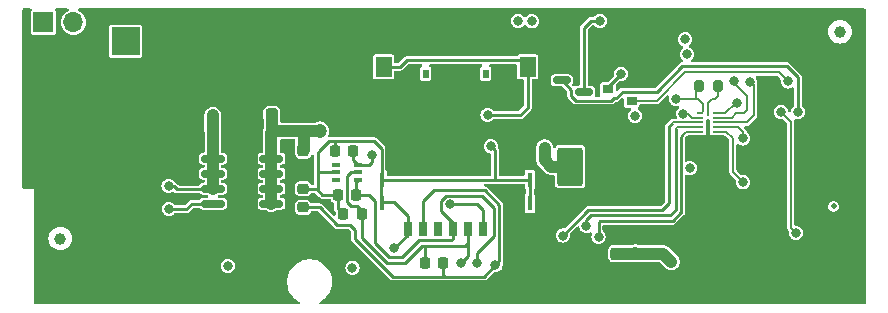
<source format=gbr>
%TF.GenerationSoftware,KiCad,Pcbnew,8.0.4*%
%TF.CreationDate,2024-09-18T13:26:39+01:00*%
%TF.ProjectId,BG95V4,42473935-5634-42e6-9b69-6361645f7063,rev?*%
%TF.SameCoordinates,Original*%
%TF.FileFunction,Copper,L1,Top*%
%TF.FilePolarity,Positive*%
%FSLAX46Y46*%
G04 Gerber Fmt 4.6, Leading zero omitted, Abs format (unit mm)*
G04 Created by KiCad (PCBNEW 8.0.4) date 2024-09-18 13:26:39*
%MOMM*%
%LPD*%
G01*
G04 APERTURE LIST*
G04 Aperture macros list*
%AMRoundRect*
0 Rectangle with rounded corners*
0 $1 Rounding radius*
0 $2 $3 $4 $5 $6 $7 $8 $9 X,Y pos of 4 corners*
0 Add a 4 corners polygon primitive as box body*
4,1,4,$2,$3,$4,$5,$6,$7,$8,$9,$2,$3,0*
0 Add four circle primitives for the rounded corners*
1,1,$1+$1,$2,$3*
1,1,$1+$1,$4,$5*
1,1,$1+$1,$6,$7*
1,1,$1+$1,$8,$9*
0 Add four rect primitives between the rounded corners*
20,1,$1+$1,$2,$3,$4,$5,0*
20,1,$1+$1,$4,$5,$6,$7,0*
20,1,$1+$1,$6,$7,$8,$9,0*
20,1,$1+$1,$8,$9,$2,$3,0*%
G04 Aperture macros list end*
%TA.AperFunction,SMDPad,CuDef*%
%ADD10RoundRect,0.218750X0.218750X0.256250X-0.218750X0.256250X-0.218750X-0.256250X0.218750X-0.256250X0*%
%TD*%
%TA.AperFunction,SMDPad,CuDef*%
%ADD11RoundRect,0.218750X-0.256250X0.218750X-0.256250X-0.218750X0.256250X-0.218750X0.256250X0.218750X0*%
%TD*%
%TA.AperFunction,SMDPad,CuDef*%
%ADD12RoundRect,0.250001X-0.837499X-1.399999X0.837499X-1.399999X0.837499X1.399999X-0.837499X1.399999X0*%
%TD*%
%TA.AperFunction,SMDPad,CuDef*%
%ADD13RoundRect,0.237500X0.237500X-0.287500X0.237500X0.287500X-0.237500X0.287500X-0.237500X-0.287500X0*%
%TD*%
%TA.AperFunction,SMDPad,CuDef*%
%ADD14RoundRect,0.237500X0.287500X0.237500X-0.287500X0.237500X-0.287500X-0.237500X0.287500X-0.237500X0*%
%TD*%
%TA.AperFunction,SMDPad,CuDef*%
%ADD15RoundRect,0.237500X-0.237500X0.287500X-0.237500X-0.287500X0.237500X-0.287500X0.237500X0.287500X0*%
%TD*%
%TA.AperFunction,SMDPad,CuDef*%
%ADD16R,0.800000X0.350000*%
%TD*%
%TA.AperFunction,SMDPad,CuDef*%
%ADD17RoundRect,0.150000X-0.825000X-0.150000X0.825000X-0.150000X0.825000X0.150000X-0.825000X0.150000X0*%
%TD*%
%TA.AperFunction,SMDPad,CuDef*%
%ADD18R,0.900000X0.800000*%
%TD*%
%TA.AperFunction,SMDPad,CuDef*%
%ADD19R,0.650000X1.150000*%
%TD*%
%TA.AperFunction,SMDPad,CuDef*%
%ADD20R,0.450000X1.300000*%
%TD*%
%TA.AperFunction,SMDPad,CuDef*%
%ADD21R,1.400000X1.700000*%
%TD*%
%TA.AperFunction,SMDPad,CuDef*%
%ADD22R,0.540000X0.800000*%
%TD*%
%TA.AperFunction,SMDPad,CuDef*%
%ADD23R,0.600000X0.200000*%
%TD*%
%TA.AperFunction,SMDPad,CuDef*%
%ADD24R,0.150000X0.250000*%
%TD*%
%TA.AperFunction,SMDPad,CuDef*%
%ADD25R,0.200000X0.600000*%
%TD*%
%TA.AperFunction,SMDPad,CuDef*%
%ADD26RoundRect,0.200000X-0.200000X-0.275000X0.200000X-0.275000X0.200000X0.275000X-0.200000X0.275000X0*%
%TD*%
%TA.AperFunction,ComponentPad*%
%ADD27R,2.400000X2.400000*%
%TD*%
%TA.AperFunction,ComponentPad*%
%ADD28C,2.400000*%
%TD*%
%TA.AperFunction,SMDPad,CuDef*%
%ADD29C,1.000000*%
%TD*%
%TA.AperFunction,ComponentPad*%
%ADD30R,1.700000X1.700000*%
%TD*%
%TA.AperFunction,ComponentPad*%
%ADD31O,1.700000X1.700000*%
%TD*%
%TA.AperFunction,SMDPad,CuDef*%
%ADD32C,0.500000*%
%TD*%
%TA.AperFunction,SMDPad,CuDef*%
%ADD33RoundRect,0.150000X-0.587500X-0.150000X0.587500X-0.150000X0.587500X0.150000X-0.587500X0.150000X0*%
%TD*%
%TA.AperFunction,ViaPad*%
%ADD34C,0.800000*%
%TD*%
%TA.AperFunction,ViaPad*%
%ADD35C,1.200000*%
%TD*%
%TA.AperFunction,Conductor*%
%ADD36C,0.250000*%
%TD*%
%TA.AperFunction,Conductor*%
%ADD37C,1.000000*%
%TD*%
%TA.AperFunction,Conductor*%
%ADD38C,0.200000*%
%TD*%
G04 APERTURE END LIST*
D10*
%TO.P,C1,1*%
%TO.N,/uRST*%
X31297500Y6500000D03*
%TO.P,C1,2*%
%TO.N,/uGND*%
X29722500Y6500000D03*
%TD*%
%TO.P,C2,1*%
%TO.N,/uCLK*%
X31047500Y10190000D03*
%TO.P,C2,2*%
%TO.N,/uGND*%
X29472500Y10190000D03*
%TD*%
%TO.P,C3,1*%
%TO.N,/uData*%
X31750100Y4860000D03*
%TO.P,C3,2*%
%TO.N,/uGND*%
X30175100Y4860000D03*
%TD*%
D11*
%TO.P,C4,1*%
%TO.N,/uGND*%
X26797000Y7010500D03*
%TO.P,C4,2*%
%TO.N,/uVDD*%
X26797000Y5435500D03*
%TD*%
D12*
%TO.P,C6,1*%
%TO.N,/VBAT*%
X49390500Y8890000D03*
%TO.P,C6,2*%
%TO.N,GND*%
X55765500Y8890000D03*
%TD*%
D13*
%TO.P,C7,1*%
%TO.N,/VBAT*%
X53300000Y1525000D03*
%TO.P,C7,2*%
%TO.N,GND*%
X53300000Y3275000D03*
%TD*%
D14*
%TO.P,C8,1*%
%TO.N,/VBAT*%
X24141400Y11734800D03*
%TO.P,C8,2*%
%TO.N,GND*%
X22391400Y11734800D03*
%TD*%
D13*
%TO.P,C9,1*%
%TO.N,/VBAT*%
X54900000Y1525000D03*
%TO.P,C9,2*%
%TO.N,GND*%
X54900000Y3275000D03*
%TD*%
D14*
%TO.P,C10,1*%
%TO.N,/VBAT*%
X24141400Y13309600D03*
%TO.P,C10,2*%
%TO.N,GND*%
X22391400Y13309600D03*
%TD*%
D13*
%TO.P,C11,1*%
%TO.N,/VBAT*%
X56500000Y1525000D03*
%TO.P,C11,2*%
%TO.N,GND*%
X56500000Y3275000D03*
%TD*%
D15*
%TO.P,C12,1*%
%TO.N,/VBAT*%
X26797000Y10287000D03*
%TO.P,C12,2*%
%TO.N,GND*%
X26797000Y8537000D03*
%TD*%
D16*
%TO.P,D1,1*%
%TO.N,unconnected-(D1-Pad1)*%
X29560000Y9050000D03*
%TO.P,D1,2*%
%TO.N,/uGND*%
X29560000Y8400000D03*
%TO.P,D1,3*%
%TO.N,unconnected-(D1-Pad3)*%
X29560000Y7750000D03*
%TO.P,D1,4*%
%TO.N,/uRST*%
X31460000Y7750000D03*
%TO.P,D1,5*%
%TO.N,/uData*%
X31460000Y8400000D03*
%TO.P,D1,6*%
%TO.N,/uCLK*%
X31460000Y9050000D03*
%TD*%
D17*
%TO.P,Q2,1,S*%
%TO.N,/+3V6d*%
X19150000Y9555000D03*
%TO.P,Q2,2,S*%
X19150000Y8285000D03*
%TO.P,Q2,3,S*%
X19150000Y7015000D03*
%TO.P,Q2,4,G*%
%TO.N,Net-(Q1-Pad3)*%
X19150000Y5745000D03*
%TO.P,Q2,5,D*%
%TO.N,/VBAT*%
X24100000Y5745000D03*
%TO.P,Q2,6,D*%
X24100000Y7015000D03*
%TO.P,Q2,7,D*%
X24100000Y8285000D03*
%TO.P,Q2,8,D*%
X24100000Y9555000D03*
%TD*%
D18*
%TO.P,Q8,1,B*%
%TO.N,/Status*%
X52594000Y15428000D03*
%TO.P,Q8,2,E*%
%TO.N,GND*%
X52594000Y13528000D03*
%TO.P,Q8,3,C*%
%TO.N,/uStatus*%
X54594000Y14478000D03*
%TD*%
D10*
%TO.P,R1,1*%
%TO.N,/uVDD*%
X38658900Y711200D03*
%TO.P,R1,2*%
%TO.N,/uData*%
X37083900Y711200D03*
%TD*%
D19*
%TO.P,J11,C1,VCC*%
%TO.N,/uVDD*%
X36945000Y3605000D03*
%TO.P,J11,C2,RST*%
%TO.N,/uRST*%
X39485000Y3605000D03*
%TO.P,J11,C3,CLK*%
%TO.N,/uCLK*%
X42025000Y3605000D03*
%TO.P,J11,C5,GND*%
%TO.N,/uGND*%
X35675000Y3605000D03*
%TO.P,J11,C6,VPP*%
%TO.N,unconnected-(J11-PadC6)*%
X38215000Y3605000D03*
%TO.P,J11,C7,I/O*%
%TO.N,/uData*%
X40755000Y3605000D03*
D20*
%TO.P,J11,G1,GND*%
%TO.N,/uGND*%
X33430000Y5775000D03*
%TO.P,J11,G2,GND*%
X33430000Y7775000D03*
%TO.P,J11,G3,GND*%
X45970000Y5775000D03*
%TO.P,J11,G4,GND*%
X45970000Y7775000D03*
D21*
%TO.P,J11,G5,GND*%
X45805000Y17335000D03*
%TO.P,J11,G6,GND*%
X33595000Y17335000D03*
D22*
%TO.P,J11,X1*%
%TO.N,N/C*%
X37160000Y16755000D03*
%TO.P,J11,X2*%
X42240000Y16755000D03*
%TD*%
D23*
%TO.P,U2,1,VCCA*%
%TO.N,/VDD_EXT*%
X60425000Y13425000D03*
D24*
X60650000Y13600000D03*
D23*
%TO.P,U2,2,A1*%
%TO.N,/DTR*%
X60425000Y13025000D03*
%TO.P,U2,3,A2*%
%TO.N,/DCD*%
X60425000Y12625000D03*
%TO.P,U2,4,A3*%
%TO.N,/RXD*%
X60425000Y12225000D03*
%TO.P,U2,5,A4*%
%TO.N,/TXD*%
X60425000Y11825000D03*
D25*
%TO.P,U2,6,GND*%
%TO.N,GND*%
X61075000Y11825000D03*
D23*
%TO.P,U2,7,B4*%
%TO.N,/RxD*%
X61725000Y11825000D03*
%TO.P,U2,8,B3*%
%TO.N,/TxD*%
X61725000Y12225000D03*
%TO.P,U2,9,B2*%
%TO.N,/uDCD*%
X61725000Y12625000D03*
%TO.P,U2,10,B1*%
%TO.N,/uDTR*%
X61725000Y13025000D03*
%TO.P,U2,11,VCCB*%
%TO.N,/+3V3_UC*%
X61725000Y13425000D03*
D25*
%TO.P,U2,12,OE*%
%TO.N,Net-(R3-Pad2)*%
X61075000Y13425000D03*
%TD*%
D26*
%TO.P,R3,1*%
%TO.N,/VDD_EXT*%
X60300000Y15725000D03*
%TO.P,R3,2*%
%TO.N,Net-(R3-Pad2)*%
X61950000Y15725000D03*
%TD*%
D27*
%TO.P,BT1,1,+*%
%TO.N,/+3V6d*%
X11750000Y19500000D03*
D28*
%TO.P,BT1,2,-*%
%TO.N,GND*%
X11750000Y-1500000D03*
%TO.P,BT1,3,-*%
X15500000Y-1500000D03*
%TO.P,BT1,4,-*%
X8000000Y-1500000D03*
%TD*%
D29*
%TO.P,FID1,*%
%TO.N,*%
X72237600Y20294600D03*
%TD*%
D30*
%TO.P,J1,1,Pin_1*%
%TO.N,/+3V6*%
X4800000Y21100000D03*
D31*
%TO.P,J1,2,Pin_2*%
%TO.N,/+3V6d*%
X7340000Y21100000D03*
%TD*%
D29*
%TO.P,FID4,*%
%TO.N,*%
X6223000Y2794000D03*
%TD*%
D32*
%TO.P,TP1,1,1*%
%TO.N,unconnected-(TP1-Pad1)*%
X71689600Y5511800D03*
%TD*%
D33*
%TO.P,Q3,1,B*%
%TO.N,/uPWRKEY*%
X48671000Y16190000D03*
%TO.P,Q3,2,E*%
%TO.N,GND*%
X48671000Y14290000D03*
%TO.P,Q3,3,C*%
%TO.N,/PWRKEY*%
X50546000Y15240000D03*
%TD*%
D34*
%TO.N,GND*%
X73533000Y13685394D03*
X31369000Y17399000D03*
X39370000Y16510000D03*
X73533000Y6065394D03*
X65913000Y21305394D03*
X73533000Y985394D03*
X73533000Y8605394D03*
X58432288Y3644211D03*
X48133000Y-1554606D03*
X15113000Y11145394D03*
X36195000Y13335000D03*
X70993000Y8605394D03*
X17653000Y-1554606D03*
X37973000Y-1554606D03*
X58293000Y-1554606D03*
X63373000Y21305394D03*
X44450000Y8890000D03*
X4749800Y15214600D03*
X35560000Y-1270000D03*
X30353000Y21305394D03*
X60147200Y10947400D03*
X73533000Y-1554606D03*
X41910000Y8890000D03*
X31496000Y13208000D03*
X18135600Y16179800D03*
X22733000Y16225394D03*
X20193000Y-1554606D03*
X7493000Y18765394D03*
X12573000Y11145394D03*
X70993000Y11145394D03*
X53213000Y-1554606D03*
X32893000Y13208000D03*
X60833000Y21305394D03*
X28575000Y13462000D03*
X55880000Y-1270000D03*
X36195000Y14478000D03*
X25273000Y985394D03*
X45720000Y-1270000D03*
X45593000Y3525394D03*
X12573000Y8605394D03*
X25908000Y14859000D03*
X22733000Y-1554606D03*
X15113000Y3525394D03*
X68453000Y21305394D03*
X10033000Y3525394D03*
X22707600Y21285200D03*
X32893000Y-1554606D03*
X25400000Y3810000D03*
X36195000Y16637000D03*
X32893000Y21305394D03*
X49430000Y13150000D03*
X36195000Y15494000D03*
X24511000Y14986000D03*
X22733000Y18765394D03*
X30353000Y-1554606D03*
X27051000Y13335000D03*
X11099800Y17170400D03*
X28829000Y14859000D03*
X14046200Y17170400D03*
X60833000Y-1554606D03*
X31089600Y19634200D03*
X70993000Y13685394D03*
X73533000Y11145394D03*
X70993000Y985394D03*
X68453000Y-1554606D03*
X63373000Y-1554606D03*
X54250000Y6740000D03*
X13106400Y13055600D03*
X10033000Y11145394D03*
X70993000Y3525394D03*
X20193000Y3525394D03*
X70993000Y-1554606D03*
X4953000Y11145394D03*
X73533000Y3525394D03*
X40640000Y-1270000D03*
X30607000Y14859000D03*
X50800000Y-1270000D03*
X7493000Y985394D03*
X43053000Y-1554606D03*
X9779000Y13055600D03*
X8331200Y17043400D03*
%TO.N,/uGND*%
X42675000Y10600000D03*
X34510000Y1960000D03*
X42400000Y13250000D03*
%TO.N,/uRST*%
X41540000Y719989D03*
%TO.N,/uCLK*%
X32580000Y9900000D03*
X39200000Y5700000D03*
%TO.N,/uData*%
X40130000Y720000D03*
%TO.N,/uVDD*%
X43070000Y530000D03*
%TO.N,/VBAT*%
X57960000Y830000D03*
X47233980Y10491020D03*
D35*
X28200000Y11900000D03*
D34*
%TO.N,/uStatus*%
X67825000Y16100000D03*
%TO.N,/uPWRKEY*%
X68675000Y13500000D03*
%TO.N,/uDTR*%
X63275000Y16125000D03*
%TO.N,/TxD*%
X64050000Y11275000D03*
%TO.N,/RxD*%
X64050000Y7550000D03*
%TO.N,/uDCD*%
X64625000Y16025000D03*
%TO.N,Net-(Q1-Pad3)*%
X15417800Y5308600D03*
%TO.N,/RXD*%
X50775000Y3850000D03*
%TO.N,/TXD*%
X51800000Y2950000D03*
%TO.N,/VDD_EXT*%
X58350000Y14625000D03*
%TO.N,/DTR*%
X58975000Y13350000D03*
%TO.N,/DCD*%
X48768000Y3048000D03*
%TO.N,/PWRKEY*%
X51917600Y21234400D03*
%TO.N,/Status*%
X53695600Y16738600D03*
%TO.N,/Alim*%
X20400000Y475000D03*
X30962600Y330200D03*
%TO.N,/+3V6d*%
X19126200Y13233400D03*
X15392400Y7239000D03*
%TO.N,/+3V3_UC*%
X68500000Y3275000D03*
X67250000Y13500000D03*
X63525000Y14300000D03*
%TO.N,/T*%
X59512200Y8763000D03*
X54889400Y13182600D03*
%TO.N,/D+*%
X59283600Y18389600D03*
X44983400Y21234400D03*
%TO.N,/D-*%
X46151800Y21183600D03*
X59125498Y19659600D03*
%TD*%
D36*
%TO.N,GND*%
X56250000Y3250000D02*
X56300000Y3200000D01*
X55765500Y8255500D02*
X54250000Y6740000D01*
X60406600Y10775000D02*
X60250000Y10775000D01*
X56500000Y3275000D02*
X58055000Y3275000D01*
X53300000Y3275000D02*
X54875000Y3275000D01*
X61075000Y11825000D02*
X61075000Y11025000D01*
X55765500Y8890000D02*
X55765500Y8255500D01*
X60825000Y10775000D02*
X60406600Y10775000D01*
X49430000Y13150000D02*
X49808000Y13528000D01*
X60406600Y10775000D02*
X60319600Y10775000D01*
X58432288Y3647712D02*
X58432288Y3644211D01*
X60319600Y10775000D02*
X60147200Y10947400D01*
X48900000Y13150000D02*
X49430000Y13150000D01*
X60250000Y10775000D02*
X60225000Y10800000D01*
X58055000Y3275000D02*
X58430000Y3650000D01*
X48671000Y14290000D02*
X48671000Y13379000D01*
X54900000Y3275000D02*
X56275000Y3275000D01*
X48671000Y13379000D02*
X48900000Y13150000D01*
X54875000Y3275000D02*
X54900000Y3250000D01*
X49808000Y13528000D02*
X52594000Y13528000D01*
X54875000Y3275000D02*
X54900000Y3300000D01*
X58430000Y3650000D02*
X58432288Y3647712D01*
X61075000Y11025000D02*
X60825000Y10775000D01*
%TO.N,/uGND*%
X33430000Y7775000D02*
X35925000Y7775000D01*
X35675000Y4725000D02*
X34500000Y5900000D01*
X43025000Y7775000D02*
X43025000Y10250000D01*
X42400000Y13250000D02*
X45175000Y13250000D01*
X28010000Y6900000D02*
X28410000Y6500000D01*
X34500000Y5900000D02*
X33600000Y5900000D01*
X29472500Y10190000D02*
X29472500Y10922500D01*
X36795000Y7775000D02*
X43025000Y7775000D01*
X45240000Y17900000D02*
X45805000Y17335000D01*
X28410000Y6500000D02*
X29610000Y6500000D01*
X28110000Y8400000D02*
X28010000Y8300000D01*
X27899500Y7010500D02*
X28010000Y6900000D01*
X26797000Y7010500D02*
X27899500Y7010500D01*
X29600000Y11050000D02*
X29010000Y11050000D01*
X32785480Y11050000D02*
X29600000Y11050000D01*
X45925000Y7775000D02*
X46000000Y7700000D01*
X29472500Y10922500D02*
X29600000Y11050000D01*
X35550000Y17900000D02*
X45240000Y17900000D01*
X46000000Y7700000D02*
X46000000Y5800000D01*
X29722500Y5312600D02*
X30175100Y4860000D01*
X35675000Y3605000D02*
X35675000Y3135000D01*
X29010000Y11050000D02*
X28160000Y10200000D01*
X43025000Y10250000D02*
X42675000Y10600000D01*
X35675000Y3605000D02*
X35675000Y4725000D01*
X28010000Y10050000D02*
X28010000Y8300000D01*
X45805000Y13880000D02*
X45805000Y17335000D01*
X43025000Y7775000D02*
X45925000Y7775000D01*
X35925000Y7775000D02*
X36795000Y7775000D01*
X34985000Y17335000D02*
X35550000Y17900000D01*
X33400000Y5900000D02*
X33400000Y7800000D01*
X33600000Y5900000D02*
X33400000Y5900000D01*
X29722500Y6500000D02*
X29722500Y5312600D01*
X33430000Y10405480D02*
X32785480Y11050000D01*
X28010000Y6900000D02*
X28010000Y8300000D01*
X35675000Y3135000D02*
X35675000Y3125000D01*
X29560000Y8400000D02*
X28110000Y8400000D01*
X45175000Y13250000D02*
X45805000Y13880000D01*
X28160000Y10200000D02*
X28010000Y10050000D01*
X33595000Y17335000D02*
X34985000Y17335000D01*
X33430000Y7775000D02*
X33430000Y10405480D01*
X35675000Y3125000D02*
X34510000Y1960000D01*
%TO.N,/uRST*%
X32380000Y6500000D02*
X32870000Y6010000D01*
X36590000Y2630000D02*
X39320000Y2630000D01*
X42950000Y5380000D02*
X42950000Y2980978D01*
X32870000Y2380000D02*
X34050000Y1200000D01*
X41905489Y6424511D02*
X42950000Y5380000D01*
X31297500Y6500000D02*
X31297500Y7587500D01*
X41540000Y1570978D02*
X41540000Y719989D01*
X38475489Y5104511D02*
X38475489Y6000103D01*
X39485000Y4095000D02*
X38475489Y5104511D01*
X32870000Y6010000D02*
X32870000Y2380000D01*
X34050000Y1200000D02*
X35160000Y1200000D01*
X39485000Y3605000D02*
X39485000Y4095000D01*
X35160000Y1200000D02*
X36590000Y2630000D01*
X39320000Y2630000D02*
X39485000Y2795000D01*
X39485000Y2795000D02*
X39485000Y3605000D01*
X38899897Y6424511D02*
X41905489Y6424511D01*
X38475489Y6000103D02*
X38899897Y6424511D01*
X31297500Y6500000D02*
X32380000Y6500000D01*
X31297500Y7587500D02*
X31460000Y7750000D01*
X42950000Y2980978D02*
X41540000Y1570978D01*
%TO.N,/uCLK*%
X32330000Y9050000D02*
X32580000Y9300000D01*
X41500000Y5700000D02*
X39200000Y5700000D01*
X42025000Y5175000D02*
X41500000Y5700000D01*
X31460000Y9050000D02*
X32330000Y9050000D01*
X31047500Y9462500D02*
X31460000Y9050000D01*
X31047500Y10190000D02*
X31047500Y9462500D01*
X42025000Y3605000D02*
X42025000Y5175000D01*
X32580000Y9300000D02*
X32580000Y9900000D01*
%TO.N,/uData*%
X40500480Y2180480D02*
X37181680Y2180480D01*
X31750100Y2870100D02*
X31750100Y4860000D01*
X37083900Y2082700D02*
X37181680Y2180480D01*
X40130000Y720000D02*
X40755000Y1345000D01*
X40755000Y2435000D02*
X40500480Y2180480D01*
X40755000Y2435000D02*
X40755000Y3605000D01*
X36840480Y2180480D02*
X35410000Y750000D01*
X31460000Y8400000D02*
X30810000Y8400000D01*
X30810000Y8400000D02*
X30520000Y8110000D01*
X30810200Y5562600D02*
X31343600Y5562600D01*
X33864283Y750000D02*
X32420480Y2193803D01*
X37083900Y711200D02*
X37083900Y2082700D01*
X30520000Y8110000D02*
X30520000Y5852800D01*
X31750100Y5156100D02*
X31750100Y4860000D01*
X32420480Y2199720D02*
X31750100Y2870100D01*
X31343600Y5562600D02*
X31750100Y5156100D01*
X40755000Y1345000D02*
X40755000Y2435000D01*
X32420480Y2193803D02*
X32420480Y2199720D01*
X30520000Y5852800D02*
X30810200Y5562600D01*
X35410000Y750000D02*
X33864283Y750000D01*
X37181680Y2180480D02*
X36840480Y2180480D01*
%TO.N,/uVDD*%
X38658900Y-330300D02*
X38760400Y-431800D01*
X43070000Y530000D02*
X43410000Y870000D01*
X38760400Y-431800D02*
X42108200Y-431800D01*
X29692600Y3937000D02*
X28194100Y5435500D01*
X28194100Y5435500D02*
X26797000Y5435500D01*
X36945000Y5945000D02*
X36945000Y3605000D01*
X31191200Y3505200D02*
X30759400Y3937000D01*
X31191200Y2743200D02*
X31191200Y3505200D01*
X30759400Y3937000D02*
X29692600Y3937000D01*
X43410000Y870000D02*
X43410000Y5610000D01*
X37874031Y6874031D02*
X36945000Y5945000D01*
X42108200Y-431800D02*
X43070000Y530000D01*
X34366200Y-431800D02*
X31191200Y2743200D01*
X38658900Y711200D02*
X38658900Y-330300D01*
X43410000Y5610000D02*
X42145969Y6874031D01*
X38760400Y-431800D02*
X34366200Y-431800D01*
X42145969Y6874031D02*
X37874031Y6874031D01*
D37*
%TO.N,/VBAT*%
X24100000Y7015000D02*
X24100000Y5745000D01*
X26835000Y10325000D02*
X26797000Y10287000D01*
X26835000Y11900000D02*
X26835000Y10325000D01*
X28200000Y11900000D02*
X26835000Y11900000D01*
X47233980Y10491020D02*
X47233980Y9408020D01*
X24141400Y11734800D02*
X24141400Y13309600D01*
X47752000Y8890000D02*
X49390500Y8890000D01*
X24100000Y9555000D02*
X24100000Y8285000D01*
X26835000Y11900000D02*
X24306600Y11900000D01*
X24100000Y9555000D02*
X24100000Y11693400D01*
X47233980Y9408020D02*
X47752000Y8890000D01*
X53300000Y1525000D02*
X54475000Y1525000D01*
X56500000Y1525000D02*
X57265000Y1525000D01*
X57265000Y1525000D02*
X57960000Y830000D01*
X53300000Y1525000D02*
X56500000Y1525000D01*
X24100000Y11693400D02*
X24141400Y11734800D01*
X24100000Y8285000D02*
X24100000Y7015000D01*
X54475000Y1525000D02*
X54500000Y1500000D01*
X54825000Y1525000D02*
X54900000Y1600000D01*
X24306600Y11900000D02*
X24141400Y11734800D01*
D38*
%TO.N,/uStatus*%
X67050000Y16875000D02*
X67825000Y16100000D01*
X59125000Y16875000D02*
X67050000Y16875000D01*
X54594000Y14478000D02*
X56728000Y14478000D01*
X56728000Y14478000D02*
X59125000Y16875000D01*
D36*
%TO.N,/uPWRKEY*%
X48671000Y16190000D02*
X49483980Y15377020D01*
X58900000Y17400000D02*
X67750000Y17400000D01*
X67750000Y17400000D02*
X68675000Y16475000D01*
X56740000Y15240000D02*
X58900000Y17400000D01*
X49483980Y15377020D02*
X49483980Y14893448D01*
X49899428Y14478000D02*
X52860511Y14478000D01*
X52860511Y14478000D02*
X53086000Y14703489D01*
X53848000Y15240000D02*
X56740000Y15240000D01*
X49483980Y14893448D02*
X49899428Y14478000D01*
X53086000Y14703489D02*
X53311489Y14703489D01*
X68675000Y16475000D02*
X68675000Y13500000D01*
X53311489Y14703489D02*
X53848000Y15240000D01*
D38*
%TO.N,/uDTR*%
X64100000Y13425000D02*
X63475000Y13425000D01*
X64350000Y14875000D02*
X64350000Y13675000D01*
X63475000Y13425000D02*
X63075000Y13025000D01*
X64350000Y13675000D02*
X64100000Y13425000D01*
X63975000Y15250000D02*
X64350000Y14875000D01*
X63975000Y15250000D02*
X63275000Y15950000D01*
X63075000Y13025000D02*
X61725000Y13025000D01*
X63275000Y15950000D02*
X63275000Y16125000D01*
%TO.N,/TxD*%
X61725000Y12225000D02*
X63600000Y12225000D01*
X64050000Y11775000D02*
X64050000Y11275000D01*
X63600000Y12225000D02*
X64050000Y11775000D01*
%TO.N,/RxD*%
X63175000Y11275000D02*
X63175000Y8425000D01*
X61725000Y11825000D02*
X62625000Y11825000D01*
X63175000Y8425000D02*
X64050000Y7550000D01*
X62625000Y11825000D02*
X63175000Y11275000D01*
%TO.N,/uDCD*%
X61725000Y12625000D02*
X64350000Y12625000D01*
X64950000Y15800000D02*
X64725000Y16025000D01*
X64350000Y12625000D02*
X64950000Y13225000D01*
X64725000Y16025000D02*
X64625000Y16025000D01*
X64950000Y13225000D02*
X64950000Y15800000D01*
D36*
%TO.N,Net-(Q1-Pad3)*%
X15430000Y5296400D02*
X15417800Y5308600D01*
X19150000Y5745000D02*
X17339600Y5745000D01*
X16891000Y5296400D02*
X15430000Y5296400D01*
X17339600Y5745000D02*
X16891000Y5296400D01*
%TO.N,/RXD*%
X57850000Y4750000D02*
X58325000Y5225000D01*
X58325000Y5225000D02*
X58325000Y12100000D01*
D38*
X58450000Y12225000D02*
X58325000Y12100000D01*
X60425000Y12225000D02*
X58450000Y12225000D01*
D36*
X50775000Y3850000D02*
X50775000Y4350000D01*
X51175000Y4750000D02*
X57850000Y4750000D01*
X50775000Y4350000D02*
X51175000Y4750000D01*
D38*
%TO.N,/TXD*%
X60425000Y11825000D02*
X59200000Y11825000D01*
X59200000Y11825000D02*
X58825000Y11450000D01*
D36*
X58787699Y5012699D02*
X58787699Y11412699D01*
X58075000Y4300000D02*
X58787699Y5012699D01*
X51800000Y2950000D02*
X51800000Y4175000D01*
X51925000Y4300000D02*
X58075000Y4300000D01*
X58787699Y11412699D02*
X58825000Y11450000D01*
X51800000Y4175000D02*
X51925000Y4300000D01*
D38*
%TO.N,/VDD_EXT*%
X60225000Y14625000D02*
X60025000Y14625000D01*
X60300000Y15725000D02*
X60025000Y15450000D01*
X60025000Y15450000D02*
X60025000Y14625000D01*
X60650000Y14200000D02*
X60225000Y14625000D01*
X60650000Y13600000D02*
X60650000Y14200000D01*
X60025000Y14625000D02*
X58350000Y14625000D01*
%TO.N,/DTR*%
X59350000Y13350000D02*
X58975000Y13350000D01*
X59675000Y13025000D02*
X59350000Y13350000D01*
X60425000Y13025000D02*
X59675000Y13025000D01*
D36*
%TO.N,/DCD*%
X57774960Y12299960D02*
X58000000Y12525000D01*
X50937040Y5217040D02*
X57166960Y5217040D01*
D38*
X60425000Y12625000D02*
X58100000Y12625000D01*
D36*
X48768000Y3048000D02*
X50937040Y5217040D01*
X57166960Y5217040D02*
X57774960Y5825040D01*
D38*
X58100000Y12625000D02*
X58000000Y12525000D01*
D36*
X57774960Y5825040D02*
X57774960Y12299960D01*
%TO.N,/PWRKEY*%
X51130200Y21234400D02*
X51917600Y21234400D01*
X50546000Y20650200D02*
X51130200Y21234400D01*
X50546000Y15240000D02*
X50546000Y20650200D01*
%TO.N,/Status*%
X52594000Y15637000D02*
X53695600Y16738600D01*
X52594000Y15428000D02*
X52594000Y15637000D01*
D37*
%TO.N,/+3V6d*%
X19150000Y11936400D02*
X19150000Y9555000D01*
X19126200Y13233400D02*
X19126200Y11960200D01*
X19126200Y11960200D02*
X19150000Y11936400D01*
X19150000Y8285000D02*
X19150000Y9555000D01*
X19150000Y7015000D02*
X19150000Y8285000D01*
D36*
X15824200Y7239000D02*
X15392400Y7239000D01*
X16116800Y6946400D02*
X15824200Y7239000D01*
X19081400Y6946400D02*
X16116800Y6946400D01*
X19150000Y7015000D02*
X19081400Y6946400D01*
D38*
%TO.N,/+3V3_UC*%
X68075000Y3700000D02*
X68500000Y3275000D01*
X67250000Y13500000D02*
X68075000Y12675000D01*
X63400000Y14300000D02*
X63525000Y14300000D01*
X68075000Y12675000D02*
X68075000Y3700000D01*
X61725000Y13425000D02*
X62525000Y13425000D01*
X62525000Y13425000D02*
X63400000Y14300000D01*
%TO.N,Net-(R3-Pad2)*%
X61075000Y14300000D02*
X61400000Y14625000D01*
X61075000Y13425000D02*
X61075000Y14300000D01*
X61675000Y14625000D02*
X61950000Y14900000D01*
X61400000Y14625000D02*
X61675000Y14625000D01*
X61950000Y14900000D02*
X61950000Y15725000D01*
%TD*%
%TA.AperFunction,Conductor*%
%TO.N,GND*%
G36*
X32386500Y16436350D02*
G01*
X32393009Y16375803D01*
X32393011Y16375795D01*
X32444110Y16238797D01*
X32444112Y16238792D01*
X32531738Y16121738D01*
X32600000Y16070637D01*
X32600000Y15900000D01*
X35400000Y15900000D01*
X35400000Y12800000D01*
X28852135Y12800000D01*
X28696218Y12896540D01*
X28504655Y12970751D01*
X28302718Y13008500D01*
X28097282Y13008500D01*
X27895345Y12970751D01*
X27756617Y12917008D01*
X27711101Y12908500D01*
X27500000Y12908500D01*
X27500000Y17900000D01*
X32386500Y17900000D01*
X32386500Y16436350D01*
G37*
%TD.AperFunction*%
%TD*%
%TA.AperFunction,Conductor*%
%TO.N,GND*%
G36*
X3764692Y22264398D02*
G01*
X3811185Y22210742D01*
X3821289Y22140468D01*
X3801336Y22088398D01*
X3761133Y22028231D01*
X3761132Y22028228D01*
X3749500Y21969750D01*
X3749500Y20230249D01*
X3761132Y20171771D01*
X3761133Y20171768D01*
X3805448Y20105448D01*
X3871768Y20061133D01*
X3871771Y20061132D01*
X3930249Y20049500D01*
X3930252Y20049500D01*
X5669750Y20049500D01*
X5728228Y20061132D01*
X5728231Y20061133D01*
X5733569Y20064700D01*
X5794552Y20105448D01*
X5838867Y20171769D01*
X5850500Y20230252D01*
X5850500Y21969748D01*
X5838867Y22028231D01*
X5798663Y22088398D01*
X5777449Y22156150D01*
X5796232Y22224617D01*
X5849049Y22272061D01*
X5903429Y22284400D01*
X6824352Y22284400D01*
X6892473Y22264398D01*
X6938966Y22210742D01*
X6949070Y22140468D01*
X6919576Y22075888D01*
X6883750Y22047279D01*
X6753550Y21977685D01*
X6593590Y21846410D01*
X6462315Y21686450D01*
X6462313Y21686447D01*
X6394672Y21559900D01*
X6364768Y21503954D01*
X6315144Y21340362D01*
X6304698Y21305927D01*
X6284417Y21100003D01*
X6284417Y21099996D01*
X6304698Y20894072D01*
X6364768Y20696045D01*
X6462313Y20513552D01*
X6593590Y20353590D01*
X6753552Y20222313D01*
X6936045Y20124768D01*
X7134072Y20064698D01*
X7339997Y20044417D01*
X7340000Y20044417D01*
X7340003Y20044417D01*
X7545927Y20064698D01*
X7622356Y20087882D01*
X7743954Y20124768D01*
X7855023Y20184136D01*
X7926447Y20222313D01*
X7926448Y20222314D01*
X7926450Y20222315D01*
X8086410Y20353590D01*
X8217685Y20513550D01*
X8315232Y20696046D01*
X8322422Y20719750D01*
X10349500Y20719750D01*
X10349500Y18280249D01*
X10361132Y18221771D01*
X10361133Y18221768D01*
X10405448Y18155448D01*
X10471768Y18111133D01*
X10471771Y18111132D01*
X10530249Y18099500D01*
X10530252Y18099500D01*
X12969750Y18099500D01*
X13028228Y18111132D01*
X13028231Y18111133D01*
X13094552Y18155448D01*
X13127495Y18204750D01*
X32694500Y18204750D01*
X32694500Y16465249D01*
X32706132Y16406771D01*
X32706133Y16406768D01*
X32750448Y16340448D01*
X32816768Y16296133D01*
X32816771Y16296132D01*
X32875249Y16284500D01*
X32875252Y16284500D01*
X34314750Y16284500D01*
X34373228Y16296132D01*
X34373231Y16296133D01*
X34394460Y16310318D01*
X34439552Y16340448D01*
X34483867Y16406769D01*
X34495500Y16465252D01*
X34495500Y16883500D01*
X34515502Y16951621D01*
X34569158Y16998114D01*
X34621500Y17009500D01*
X35027851Y17009500D01*
X35027853Y17009500D01*
X35110639Y17031682D01*
X35110641Y17031683D01*
X35110643Y17031684D01*
X35184858Y17074532D01*
X35184864Y17074537D01*
X35409879Y17299552D01*
X35647921Y17537595D01*
X35710234Y17571620D01*
X35737017Y17574500D01*
X36741570Y17574500D01*
X36809691Y17554498D01*
X36856184Y17500842D01*
X36866288Y17430568D01*
X36836794Y17365988D01*
X36811573Y17343736D01*
X36781504Y17323644D01*
X36745447Y17299551D01*
X36701133Y17233231D01*
X36701132Y17233228D01*
X36689500Y17174750D01*
X36689500Y16335249D01*
X36701132Y16276771D01*
X36701133Y16276768D01*
X36745448Y16210448D01*
X36811768Y16166133D01*
X36811771Y16166132D01*
X36870249Y16154500D01*
X36870252Y16154500D01*
X37449750Y16154500D01*
X37508228Y16166132D01*
X37508231Y16166133D01*
X37531621Y16181762D01*
X37574552Y16210448D01*
X37618867Y16276769D01*
X37630500Y16335252D01*
X37630500Y17174748D01*
X37618867Y17233231D01*
X37574552Y17299552D01*
X37508427Y17343735D01*
X37462900Y17398212D01*
X37454053Y17468655D01*
X37484694Y17532699D01*
X37545096Y17570011D01*
X37578430Y17574500D01*
X41821570Y17574500D01*
X41889691Y17554498D01*
X41936184Y17500842D01*
X41946288Y17430568D01*
X41916794Y17365988D01*
X41891573Y17343736D01*
X41861504Y17323644D01*
X41825447Y17299551D01*
X41781133Y17233231D01*
X41781132Y17233228D01*
X41769500Y17174750D01*
X41769500Y16335249D01*
X41781132Y16276771D01*
X41781133Y16276768D01*
X41825448Y16210448D01*
X41891768Y16166133D01*
X41891771Y16166132D01*
X41950249Y16154500D01*
X41950252Y16154500D01*
X42529750Y16154500D01*
X42588228Y16166132D01*
X42588231Y16166133D01*
X42611621Y16181762D01*
X42654552Y16210448D01*
X42698867Y16276769D01*
X42710500Y16335252D01*
X42710500Y17174748D01*
X42698867Y17233231D01*
X42654552Y17299552D01*
X42588427Y17343735D01*
X42542900Y17398212D01*
X42534053Y17468655D01*
X42564694Y17532699D01*
X42625096Y17570011D01*
X42658430Y17574500D01*
X44778500Y17574500D01*
X44846621Y17554498D01*
X44893114Y17500842D01*
X44904500Y17448500D01*
X44904500Y16465249D01*
X44916132Y16406771D01*
X44916133Y16406768D01*
X44960448Y16340448D01*
X45026768Y16296133D01*
X45026771Y16296132D01*
X45085249Y16284500D01*
X45085252Y16284500D01*
X45353500Y16284500D01*
X45421621Y16264498D01*
X45468114Y16210842D01*
X45479500Y16158500D01*
X45479500Y14067017D01*
X45459498Y13998896D01*
X45442595Y13977921D01*
X45077077Y13612404D01*
X45014765Y13578379D01*
X44987982Y13575500D01*
X42969286Y13575500D01*
X42901165Y13595502D01*
X42869324Y13624796D01*
X42838118Y13665462D01*
X42828282Y13678282D01*
X42702841Y13774536D01*
X42556762Y13835044D01*
X42400000Y13855682D01*
X42243238Y13835044D01*
X42097159Y13774536D01*
X41971718Y13678282D01*
X41875465Y13552842D01*
X41875463Y13552839D01*
X41814955Y13406760D01*
X41794318Y13250000D01*
X41794318Y13249999D01*
X41814955Y13093239D01*
X41875463Y12947160D01*
X41875465Y12947157D01*
X41971718Y12821718D01*
X42097157Y12725465D01*
X42097160Y12725463D01*
X42243239Y12664955D01*
X42400000Y12644318D01*
X42556760Y12664955D01*
X42702839Y12725463D01*
X42702842Y12725465D01*
X42704191Y12726500D01*
X42828282Y12821718D01*
X42828284Y12821720D01*
X42869324Y12875204D01*
X42926662Y12917071D01*
X42969286Y12924500D01*
X45217851Y12924500D01*
X45217853Y12924500D01*
X45300639Y12946682D01*
X45300641Y12946683D01*
X45300643Y12946684D01*
X45374858Y12989532D01*
X45374864Y12989537D01*
X45635327Y13250000D01*
X46000455Y13615129D01*
X46000478Y13615150D01*
X46065459Y13680131D01*
X46065462Y13680135D01*
X46065465Y13680138D01*
X46108318Y13754362D01*
X46114522Y13777514D01*
X46130501Y13837148D01*
X46130501Y13922853D01*
X46130501Y13933003D01*
X46130500Y13933016D01*
X46130500Y16158500D01*
X46150502Y16226621D01*
X46204158Y16273114D01*
X46256500Y16284500D01*
X46524750Y16284500D01*
X46583228Y16296132D01*
X46583231Y16296133D01*
X46604460Y16310318D01*
X46649552Y16340448D01*
X46671477Y16373261D01*
X47733000Y16373261D01*
X47733000Y16006738D01*
X47742927Y15938605D01*
X47794301Y15833517D01*
X47794303Y15833514D01*
X47877014Y15750803D01*
X47877017Y15750801D01*
X47982105Y15699427D01*
X48050238Y15689500D01*
X48050240Y15689500D01*
X48658983Y15689500D01*
X48727104Y15669498D01*
X48748078Y15652595D01*
X49121575Y15279098D01*
X49155601Y15216786D01*
X49158480Y15190003D01*
X49158480Y14936301D01*
X49158480Y14850595D01*
X49180662Y14767809D01*
X49180663Y14767807D01*
X49180664Y14767804D01*
X49223512Y14693589D01*
X49223520Y14693579D01*
X49699559Y14217540D01*
X49699569Y14217532D01*
X49773784Y14174684D01*
X49773787Y14174683D01*
X49773789Y14174682D01*
X49856575Y14152500D01*
X49856577Y14152500D01*
X52903362Y14152500D01*
X52903364Y14152500D01*
X52986150Y14174682D01*
X52986152Y14174683D01*
X52986154Y14174684D01*
X53060369Y14217532D01*
X53060370Y14217533D01*
X53060373Y14217535D01*
X53183921Y14341084D01*
X53246233Y14375109D01*
X53273017Y14377989D01*
X53354340Y14377989D01*
X53354342Y14377989D01*
X53437128Y14400171D01*
X53437130Y14400172D01*
X53437132Y14400173D01*
X53511347Y14443021D01*
X53511357Y14443029D01*
X53728405Y14660077D01*
X53790717Y14694103D01*
X53861532Y14689038D01*
X53918368Y14646491D01*
X53943179Y14579971D01*
X53943500Y14570982D01*
X53943500Y14058249D01*
X53955132Y13999771D01*
X53955133Y13999768D01*
X53999448Y13933448D01*
X54065768Y13889133D01*
X54065771Y13889132D01*
X54124249Y13877500D01*
X54437397Y13877500D01*
X54505518Y13857498D01*
X54552011Y13803842D01*
X54562115Y13733568D01*
X54532621Y13668988D01*
X54514101Y13651538D01*
X54461120Y13610884D01*
X54461119Y13610882D01*
X54461118Y13610882D01*
X54364865Y13485442D01*
X54364863Y13485439D01*
X54304355Y13339360D01*
X54283718Y13182600D01*
X54283718Y13182599D01*
X54304355Y13025839D01*
X54364863Y12879760D01*
X54364865Y12879757D01*
X54461118Y12754318D01*
X54586557Y12658065D01*
X54586560Y12658063D01*
X54732639Y12597555D01*
X54889400Y12576918D01*
X55046160Y12597555D01*
X55192239Y12658063D01*
X55192242Y12658065D01*
X55317682Y12754318D01*
X55413936Y12879759D01*
X55474444Y13025838D01*
X55495082Y13182600D01*
X55474444Y13339362D01*
X55413936Y13485441D01*
X55317682Y13610882D01*
X55192241Y13707136D01*
X55192232Y13707139D01*
X55185091Y13711263D01*
X55186732Y13714106D01*
X55143432Y13748952D01*
X55120965Y13816301D01*
X55138477Y13885104D01*
X55176877Y13925646D01*
X55188551Y13933447D01*
X55190176Y13935878D01*
X55232867Y13999769D01*
X55240695Y14039121D01*
X55244501Y14058256D01*
X55245052Y14063850D01*
X55271634Y14129682D01*
X55329588Y14170692D01*
X55370445Y14177500D01*
X56767565Y14177500D01*
X56843985Y14197977D01*
X56843988Y14197978D01*
X56843989Y14197979D01*
X56912511Y14237540D01*
X56968460Y14293489D01*
X57549220Y14874249D01*
X57611532Y14908275D01*
X57682347Y14903210D01*
X57739183Y14860663D01*
X57763994Y14794143D01*
X57763237Y14768708D01*
X57744318Y14625000D01*
X57744318Y14624999D01*
X57764955Y14468239D01*
X57825463Y14322160D01*
X57825465Y14322157D01*
X57921718Y14196718D01*
X58047157Y14100465D01*
X58047160Y14100463D01*
X58193239Y14039955D01*
X58350000Y14019318D01*
X58350001Y14019318D01*
X58500426Y14039121D01*
X58570575Y14028181D01*
X58623673Y13981053D01*
X58642863Y13912699D01*
X58622051Y13844821D01*
X58593576Y13814237D01*
X58574332Y13799471D01*
X58553361Y13783379D01*
X58546718Y13778282D01*
X58471260Y13679942D01*
X58450465Y13652842D01*
X58450463Y13652839D01*
X58389955Y13506760D01*
X58369318Y13350000D01*
X58369318Y13349999D01*
X58389955Y13193239D01*
X58407804Y13150147D01*
X58428694Y13099715D01*
X58436283Y13029129D01*
X58404504Y12965642D01*
X58343446Y12929414D01*
X58312285Y12925500D01*
X58060438Y12925500D01*
X58060434Y12925499D01*
X57984013Y12905022D01*
X57984011Y12905021D01*
X57965473Y12894318D01*
X57915489Y12865460D01*
X57915486Y12865457D01*
X57915482Y12865454D01*
X57895521Y12845493D01*
X57869427Y12825469D01*
X57848750Y12813530D01*
X57800139Y12785465D01*
X57514495Y12499822D01*
X57514494Y12499820D01*
X57471641Y12425599D01*
X57471640Y12425595D01*
X57460213Y12382945D01*
X57460212Y12382944D01*
X57460213Y12382944D01*
X57460213Y12382943D01*
X57449979Y12344748D01*
X57449460Y12342812D01*
X57449460Y6012057D01*
X57429458Y5943936D01*
X57412555Y5922962D01*
X57069038Y5579445D01*
X57006726Y5545419D01*
X56979943Y5542540D01*
X50979893Y5542540D01*
X50894187Y5542540D01*
X50811401Y5520358D01*
X50811396Y5520355D01*
X50790798Y5508463D01*
X50790797Y5508462D01*
X50737178Y5477505D01*
X50737175Y5477502D01*
X50737171Y5477499D01*
X50672185Y5412513D01*
X50672164Y5412490D01*
X48940382Y3680708D01*
X48878070Y3646682D01*
X48834844Y3644881D01*
X48768000Y3653682D01*
X48611238Y3633044D01*
X48465159Y3572536D01*
X48339718Y3476282D01*
X48244766Y3352538D01*
X48243465Y3350842D01*
X48243463Y3350839D01*
X48182955Y3204760D01*
X48162318Y3048000D01*
X48162318Y3047999D01*
X48182955Y2891239D01*
X48243463Y2745160D01*
X48243465Y2745157D01*
X48339718Y2619718D01*
X48465157Y2523465D01*
X48465160Y2523463D01*
X48611239Y2462955D01*
X48768000Y2442318D01*
X48924760Y2462955D01*
X49070839Y2523463D01*
X49070842Y2523465D01*
X49196282Y2619718D01*
X49292536Y2745159D01*
X49353044Y2891238D01*
X49373682Y3048000D01*
X49364881Y3114841D01*
X49375819Y3184987D01*
X49400708Y3220382D01*
X49972480Y3792154D01*
X50034792Y3826180D01*
X50105607Y3821115D01*
X50162443Y3778568D01*
X50186497Y3719509D01*
X50189956Y3693238D01*
X50250463Y3547160D01*
X50250465Y3547157D01*
X50346718Y3421718D01*
X50472157Y3325465D01*
X50472160Y3325463D01*
X50618239Y3264955D01*
X50775000Y3244318D01*
X50931760Y3264955D01*
X50965965Y3279123D01*
X51071670Y3322908D01*
X51142259Y3330497D01*
X51205746Y3298718D01*
X51241973Y3237660D01*
X51239439Y3166708D01*
X51236296Y3158281D01*
X51214955Y3106760D01*
X51194318Y2950000D01*
X51194318Y2949999D01*
X51214955Y2793239D01*
X51275463Y2647160D01*
X51275465Y2647157D01*
X51371718Y2521718D01*
X51497157Y2425465D01*
X51497160Y2425463D01*
X51643239Y2364955D01*
X51800000Y2344318D01*
X51956760Y2364955D01*
X52102839Y2425463D01*
X52102842Y2425465D01*
X52104152Y2426470D01*
X52228282Y2521718D01*
X52324536Y2647159D01*
X52385044Y2793238D01*
X52405682Y2950000D01*
X52385044Y3106762D01*
X52324536Y3252841D01*
X52228282Y3378282D01*
X52174796Y3419322D01*
X52132929Y3476659D01*
X52125500Y3519285D01*
X52125500Y3848500D01*
X52145502Y3916621D01*
X52199158Y3963114D01*
X52251500Y3974500D01*
X58117851Y3974500D01*
X58117853Y3974500D01*
X58200639Y3996682D01*
X58200641Y3996683D01*
X58200643Y3996684D01*
X58274858Y4039532D01*
X58274864Y4039537D01*
X58983154Y4747828D01*
X58983177Y4747849D01*
X59048158Y4812830D01*
X59048166Y4812840D01*
X59091016Y4887058D01*
X59091017Y4887061D01*
X59094350Y4899500D01*
X59113200Y4969846D01*
X59113200Y5055552D01*
X59113200Y5065702D01*
X59113199Y5065715D01*
X59113199Y8089722D01*
X59133201Y8157843D01*
X59186857Y8204336D01*
X59257131Y8214440D01*
X59287416Y8206131D01*
X59355437Y8177956D01*
X59512200Y8157318D01*
X59668960Y8177955D01*
X59815039Y8238463D01*
X59815042Y8238465D01*
X59839393Y8257150D01*
X59940482Y8334718D01*
X60036736Y8460159D01*
X60097244Y8606238D01*
X60112945Y8725500D01*
X60117882Y8762999D01*
X60117882Y8763000D01*
X60113122Y8799158D01*
X60097244Y8919762D01*
X60036736Y9065841D01*
X59940482Y9191282D01*
X59815041Y9287536D01*
X59668962Y9348044D01*
X59512200Y9368682D01*
X59355438Y9348044D01*
X59287414Y9319867D01*
X59216828Y9312279D01*
X59153341Y9344058D01*
X59117113Y9405116D01*
X59113199Y9436277D01*
X59113199Y11261038D01*
X59133201Y11329159D01*
X59150104Y11350133D01*
X59287566Y11487595D01*
X59349878Y11521621D01*
X59376661Y11524500D01*
X60744750Y11524500D01*
X60803228Y11536132D01*
X60803231Y11536133D01*
X60824699Y11550478D01*
X60869552Y11580448D01*
X60913867Y11646769D01*
X60925500Y11705252D01*
X60925500Y11944748D01*
X60914426Y12000420D01*
X60914426Y12049581D01*
X60925500Y12105252D01*
X60925500Y12344748D01*
X60914426Y12400420D01*
X60914426Y12449581D01*
X60925500Y12505252D01*
X60925500Y12744748D01*
X60925433Y12745081D01*
X60919698Y12773919D01*
X60926026Y12844633D01*
X60969581Y12900700D01*
X61036533Y12924319D01*
X61043277Y12924500D01*
X61106723Y12924500D01*
X61174844Y12904498D01*
X61221337Y12850842D01*
X61231441Y12780568D01*
X61230302Y12773919D01*
X61224500Y12744753D01*
X61224500Y12505246D01*
X61235573Y12449581D01*
X61235573Y12400419D01*
X61224500Y12344753D01*
X61224500Y12105246D01*
X61235573Y12049581D01*
X61235573Y12000419D01*
X61224500Y11944753D01*
X61224500Y11705249D01*
X61236132Y11646771D01*
X61236133Y11646768D01*
X61280448Y11580448D01*
X61346768Y11536133D01*
X61346771Y11536132D01*
X61405249Y11524500D01*
X61405252Y11524500D01*
X61685438Y11524500D01*
X62448339Y11524500D01*
X62516460Y11504498D01*
X62537434Y11487595D01*
X62837595Y11187434D01*
X62871621Y11125122D01*
X62874500Y11098339D01*
X62874500Y8385434D01*
X62894977Y8309014D01*
X62924921Y8257150D01*
X62934539Y8240489D01*
X62934542Y8240486D01*
X63421404Y7753623D01*
X63455429Y7691311D01*
X63457230Y7648083D01*
X63444318Y7550001D01*
X63444318Y7549999D01*
X63464955Y7393239D01*
X63525463Y7247160D01*
X63525465Y7247157D01*
X63621718Y7121718D01*
X63747157Y7025465D01*
X63747160Y7025463D01*
X63893239Y6964955D01*
X64050000Y6944318D01*
X64206760Y6964955D01*
X64352839Y7025463D01*
X64352842Y7025465D01*
X64478282Y7121718D01*
X64574536Y7247159D01*
X64635044Y7393238D01*
X64655682Y7550000D01*
X64635044Y7706762D01*
X64574536Y7852841D01*
X64478282Y7978282D01*
X64352841Y8074536D01*
X64206762Y8135044D01*
X64050000Y8155682D01*
X63951912Y8142768D01*
X63881769Y8153707D01*
X63846377Y8178592D01*
X63512402Y8512568D01*
X63478379Y8574878D01*
X63475500Y8601661D01*
X63475500Y10703412D01*
X63495502Y10771533D01*
X63549158Y10818026D01*
X63619432Y10828130D01*
X63678203Y10803375D01*
X63747153Y10750468D01*
X63747160Y10750463D01*
X63893239Y10689955D01*
X64050000Y10669318D01*
X64206760Y10689955D01*
X64352839Y10750463D01*
X64352842Y10750465D01*
X64361046Y10756760D01*
X64478282Y10846718D01*
X64574536Y10972159D01*
X64635044Y11118238D01*
X64655682Y11275000D01*
X64635044Y11431762D01*
X64574536Y11577841D01*
X64478282Y11703282D01*
X64388893Y11771871D01*
X64347027Y11829207D01*
X64343897Y11839201D01*
X64330021Y11890989D01*
X64290460Y11959511D01*
X64234511Y12015460D01*
X64140566Y12109405D01*
X64106540Y12171717D01*
X64111605Y12242532D01*
X64154152Y12299368D01*
X64220672Y12324179D01*
X64229661Y12324500D01*
X64389565Y12324500D01*
X64465985Y12344977D01*
X64465988Y12344978D01*
X64465989Y12344979D01*
X64534511Y12384540D01*
X64590460Y12440489D01*
X65190460Y13040489D01*
X65208490Y13071718D01*
X65230021Y13109011D01*
X65234172Y13124500D01*
X65250499Y13185434D01*
X65250500Y13185438D01*
X65250500Y15839560D01*
X65250500Y15839562D01*
X65230021Y15915989D01*
X65230020Y15915989D01*
X65227883Y15923967D01*
X65230604Y15924696D01*
X65224039Y15974544D01*
X65230682Y16025000D01*
X65217477Y16125304D01*
X65210044Y16181762D01*
X65149536Y16327841D01*
X65120265Y16365988D01*
X65115808Y16371797D01*
X65090208Y16438017D01*
X65104473Y16507566D01*
X65154074Y16558361D01*
X65215771Y16574500D01*
X66873338Y16574500D01*
X66941459Y16554498D01*
X66962434Y16537595D01*
X67196404Y16303623D01*
X67230429Y16241311D01*
X67232230Y16198083D01*
X67219318Y16100001D01*
X67219318Y16099999D01*
X67239955Y15943239D01*
X67300463Y15797160D01*
X67300465Y15797157D01*
X67396718Y15671718D01*
X67522157Y15575465D01*
X67522160Y15575463D01*
X67668239Y15514955D01*
X67825000Y15494318D01*
X67981760Y15514955D01*
X68127839Y15575463D01*
X68127847Y15575468D01*
X68146797Y15590009D01*
X68213017Y15615609D01*
X68282566Y15601344D01*
X68333361Y15551742D01*
X68349500Y15490046D01*
X68349500Y14069285D01*
X68329498Y14001164D01*
X68300203Y13969322D01*
X68252871Y13933003D01*
X68246718Y13928282D01*
X68176790Y13837149D01*
X68150465Y13802842D01*
X68150463Y13802839D01*
X68089955Y13656760D01*
X68087422Y13637514D01*
X68058700Y13572587D01*
X67999434Y13533495D01*
X67928443Y13532650D01*
X67868264Y13570320D01*
X67838005Y13634545D01*
X67837578Y13637514D01*
X67835044Y13656760D01*
X67835044Y13656762D01*
X67774536Y13802841D01*
X67678282Y13928282D01*
X67552841Y14024536D01*
X67406762Y14085044D01*
X67250000Y14105682D01*
X67093238Y14085044D01*
X66947159Y14024536D01*
X66821718Y13928282D01*
X66735792Y13816301D01*
X66725465Y13802842D01*
X66725463Y13802839D01*
X66664955Y13656760D01*
X66644318Y13500000D01*
X66644318Y13499999D01*
X66664955Y13343239D01*
X66725463Y13197160D01*
X66725465Y13197157D01*
X66821718Y13071718D01*
X66947157Y12975465D01*
X66947160Y12975463D01*
X67093239Y12914955D01*
X67250000Y12894318D01*
X67250002Y12894318D01*
X67348083Y12907230D01*
X67418231Y12896290D01*
X67453623Y12871404D01*
X67737595Y12587433D01*
X67771620Y12525120D01*
X67774500Y12498337D01*
X67774500Y3660434D01*
X67794977Y3584014D01*
X67798541Y3577841D01*
X67816531Y3546682D01*
X67832348Y3519285D01*
X67834542Y3515486D01*
X67871406Y3478621D01*
X67905429Y3416308D01*
X67907230Y3373083D01*
X67894318Y3275001D01*
X67894318Y3274999D01*
X67914955Y3118239D01*
X67975463Y2972160D01*
X67975465Y2972157D01*
X68071718Y2846718D01*
X68197157Y2750465D01*
X68197160Y2750463D01*
X68343239Y2689955D01*
X68500000Y2669318D01*
X68656760Y2689955D01*
X68802839Y2750463D01*
X68802842Y2750465D01*
X68928282Y2846718D01*
X69024536Y2972159D01*
X69085044Y3118238D01*
X69101643Y3244318D01*
X69105682Y3274999D01*
X69105682Y3275000D01*
X69092085Y3378282D01*
X69085044Y3431762D01*
X69024536Y3577841D01*
X68928282Y3703282D01*
X68802841Y3799536D01*
X68656762Y3860044D01*
X68500000Y3880682D01*
X68491812Y3881760D01*
X68492035Y3883460D01*
X68433379Y3900684D01*
X68386886Y3954340D01*
X68375500Y4006682D01*
X68375500Y5511800D01*
X71234467Y5511800D01*
X71252903Y5383574D01*
X71288420Y5305803D01*
X71306718Y5265737D01*
X71391551Y5167832D01*
X71500526Y5097798D01*
X71500533Y5097795D01*
X71624823Y5061301D01*
X71624825Y5061300D01*
X71624828Y5061300D01*
X71624832Y5061300D01*
X71754368Y5061300D01*
X71754372Y5061300D01*
X71754374Y5061300D01*
X71754376Y5061301D01*
X71878666Y5097795D01*
X71878669Y5097796D01*
X71878670Y5097796D01*
X71878673Y5097798D01*
X71987648Y5167832D01*
X71994262Y5175465D01*
X72072482Y5265737D01*
X72126297Y5383574D01*
X72144733Y5511800D01*
X72126297Y5640026D01*
X72072482Y5757863D01*
X71987649Y5855767D01*
X71878669Y5925804D01*
X71754372Y5962300D01*
X71624828Y5962300D01*
X71500531Y5925804D01*
X71500526Y5925801D01*
X71421747Y5875173D01*
X71391551Y5855767D01*
X71306718Y5757863D01*
X71252903Y5640026D01*
X71234467Y5511800D01*
X68375500Y5511800D01*
X68375500Y12714562D01*
X68375499Y12714565D01*
X68363095Y12760858D01*
X68364784Y12831834D01*
X68404577Y12890630D01*
X68469841Y12918579D01*
X68510007Y12915707D01*
X68510050Y12916034D01*
X68515525Y12915313D01*
X68517402Y12915179D01*
X68518230Y12914956D01*
X68675000Y12894318D01*
X68831760Y12914955D01*
X68977839Y12975463D01*
X68977842Y12975465D01*
X69103282Y13071718D01*
X69199536Y13197159D01*
X69260044Y13343238D01*
X69278765Y13485441D01*
X69280682Y13499999D01*
X69280682Y13500000D01*
X69270363Y13578379D01*
X69260044Y13656762D01*
X69199536Y13802841D01*
X69103282Y13928282D01*
X69049796Y13969322D01*
X69007929Y14026659D01*
X69000500Y14069285D01*
X69000500Y16424412D01*
X69000501Y16424430D01*
X69000501Y16517852D01*
X69000500Y16517855D01*
X68999631Y16521097D01*
X68978318Y16600638D01*
X68971203Y16612962D01*
X68961830Y16629196D01*
X68938922Y16668874D01*
X68935465Y16674862D01*
X68874862Y16735465D01*
X68864496Y16745831D01*
X68864486Y16745838D01*
X67949862Y17660465D01*
X67875639Y17703318D01*
X67792853Y17725500D01*
X59775742Y17725500D01*
X59707621Y17745502D01*
X59661128Y17799158D01*
X59651024Y17869432D01*
X59680518Y17934012D01*
X59699035Y17951460D01*
X59711882Y17961318D01*
X59808136Y18086759D01*
X59868644Y18232838D01*
X59889282Y18389600D01*
X59868644Y18546362D01*
X59808136Y18692441D01*
X59711882Y18817882D01*
X59586441Y18914136D01*
X59498404Y18950601D01*
X59443126Y18995148D01*
X59420705Y19062511D01*
X59438263Y19131303D01*
X59469922Y19166972D01*
X59553778Y19231316D01*
X59598240Y19289259D01*
X59650034Y19356759D01*
X59710542Y19502838D01*
X59731180Y19659600D01*
X59710542Y19816362D01*
X59650034Y19962441D01*
X59553780Y20087882D01*
X59428339Y20184136D01*
X59282260Y20244644D01*
X59125498Y20265282D01*
X58968736Y20244644D01*
X58822657Y20184136D01*
X58697216Y20087882D01*
X58600963Y19962442D01*
X58600961Y19962439D01*
X58540453Y19816360D01*
X58519816Y19659600D01*
X58519816Y19659599D01*
X58540453Y19502839D01*
X58600961Y19356760D01*
X58600963Y19356757D01*
X58697216Y19231318D01*
X58822655Y19135065D01*
X58822662Y19135061D01*
X58910691Y19098598D01*
X58965972Y19054050D01*
X58988392Y18986686D01*
X58970833Y18917895D01*
X58939176Y18882228D01*
X58879862Y18836715D01*
X58855319Y18817883D01*
X58759065Y18692442D01*
X58759063Y18692439D01*
X58698555Y18546360D01*
X58677918Y18389600D01*
X58677918Y18389599D01*
X58698555Y18232839D01*
X58759063Y18086760D01*
X58759065Y18086757D01*
X58855320Y17961314D01*
X58880871Y17941709D01*
X58922738Y17884371D01*
X58926959Y17813500D01*
X58892194Y17751597D01*
X58836778Y17720042D01*
X58774362Y17703318D01*
X58700199Y17660500D01*
X58700138Y17660465D01*
X58700135Y17660462D01*
X58700132Y17660460D01*
X56642078Y15602405D01*
X56579766Y15568380D01*
X56552983Y15565500D01*
X53890853Y15565500D01*
X53805147Y15565500D01*
X53722361Y15543318D01*
X53648138Y15500465D01*
X53459593Y15311920D01*
X53397284Y15277897D01*
X53326468Y15282961D01*
X53269632Y15325508D01*
X53244821Y15392028D01*
X53244500Y15401017D01*
X53244500Y15774982D01*
X53264502Y15843103D01*
X53281404Y15864077D01*
X53523216Y16105890D01*
X53585529Y16139915D01*
X53628757Y16141717D01*
X53695598Y16132918D01*
X53695600Y16132918D01*
X53852360Y16153555D01*
X53998439Y16214063D01*
X53998442Y16214065D01*
X54123882Y16310318D01*
X54220136Y16435759D01*
X54280644Y16581838D01*
X54300869Y16735465D01*
X54301282Y16738599D01*
X54301282Y16738600D01*
X54300329Y16745842D01*
X54280644Y16895362D01*
X54220136Y17041441D01*
X54123882Y17166882D01*
X53998441Y17263136D01*
X53852362Y17323644D01*
X53695600Y17344282D01*
X53538838Y17323644D01*
X53392759Y17263136D01*
X53267318Y17166882D01*
X53196458Y17074535D01*
X53171065Y17041442D01*
X53171063Y17041439D01*
X53110555Y16895360D01*
X53089918Y16738600D01*
X53089918Y16738598D01*
X53098717Y16671757D01*
X53087777Y16601608D01*
X53062890Y16566216D01*
X52562077Y16065404D01*
X52499765Y16031379D01*
X52472982Y16028500D01*
X52124252Y16028500D01*
X52065769Y16016867D01*
X51999448Y15972552D01*
X51967471Y15924696D01*
X51955133Y15906231D01*
X51955132Y15906228D01*
X51943500Y15847750D01*
X51943500Y15008249D01*
X51954275Y14954082D01*
X51947947Y14883368D01*
X51904393Y14827300D01*
X51837440Y14803681D01*
X51830696Y14803500D01*
X51585428Y14803500D01*
X51517307Y14823502D01*
X51470814Y14877158D01*
X51460710Y14947432D01*
X51472230Y14984837D01*
X51472323Y14985028D01*
X51474073Y14988607D01*
X51484000Y15056740D01*
X51484000Y15423260D01*
X51474073Y15491393D01*
X51422698Y15596483D01*
X51339983Y15679198D01*
X51234893Y15730573D01*
X51166760Y15740500D01*
X51166755Y15740500D01*
X50997500Y15740500D01*
X50929379Y15760502D01*
X50882886Y15814158D01*
X50871500Y15866500D01*
X50871500Y20294603D01*
X71232259Y20294603D01*
X71232259Y20294596D01*
X71251574Y20098475D01*
X71251574Y20098473D01*
X71308786Y19909871D01*
X71401690Y19736061D01*
X71526717Y19583717D01*
X71679061Y19458690D01*
X71852871Y19365786D01*
X72041474Y19308574D01*
X72237597Y19289259D01*
X72237600Y19289259D01*
X72237603Y19289259D01*
X72433724Y19308574D01*
X72433726Y19308574D01*
X72622328Y19365786D01*
X72796138Y19458690D01*
X72849933Y19502839D01*
X72948483Y19583717D01*
X73073510Y19736062D01*
X73166414Y19909873D01*
X73223624Y20098468D01*
X73223624Y20098470D01*
X73223625Y20098473D01*
X73223625Y20098475D01*
X73242941Y20294596D01*
X73242941Y20294603D01*
X73223625Y20490724D01*
X73223625Y20490726D01*
X73223624Y20490727D01*
X73223624Y20490732D01*
X73166414Y20679327D01*
X73073510Y20853138D01*
X72948483Y21005483D01*
X72796138Y21130510D01*
X72622327Y21223414D01*
X72433732Y21280624D01*
X72433726Y21280624D01*
X72433725Y21280625D01*
X72237603Y21299941D01*
X72237597Y21299941D01*
X72041475Y21280625D01*
X72041473Y21280625D01*
X72041470Y21280624D01*
X72041468Y21280624D01*
X71852873Y21223414D01*
X71679062Y21130510D01*
X71526717Y21005483D01*
X71417166Y20871995D01*
X71401690Y20853138D01*
X71308786Y20679328D01*
X71251574Y20490726D01*
X71251574Y20490724D01*
X71232259Y20294603D01*
X50871500Y20294603D01*
X50871500Y20463182D01*
X50891502Y20531303D01*
X50908404Y20552277D01*
X51228121Y20871995D01*
X51290434Y20906020D01*
X51317217Y20908900D01*
X51348314Y20908900D01*
X51416435Y20888898D01*
X51448276Y20859604D01*
X51489315Y20806120D01*
X51614757Y20709865D01*
X51614760Y20709863D01*
X51760839Y20649355D01*
X51917600Y20628718D01*
X52074360Y20649355D01*
X52220439Y20709863D01*
X52220442Y20709865D01*
X52345882Y20806118D01*
X52442136Y20931559D01*
X52502644Y21077638D01*
X52523282Y21234400D01*
X52502644Y21391162D01*
X52442136Y21537241D01*
X52345882Y21662682D01*
X52220441Y21758936D01*
X52074362Y21819444D01*
X51917600Y21840082D01*
X51760838Y21819444D01*
X51614759Y21758936D01*
X51489318Y21662682D01*
X51489316Y21662680D01*
X51489315Y21662679D01*
X51448276Y21609196D01*
X51390938Y21567329D01*
X51348314Y21559900D01*
X51180787Y21559900D01*
X51180771Y21559901D01*
X51173053Y21559901D01*
X51087348Y21559901D01*
X51087344Y21559900D01*
X51004565Y21537719D01*
X51004564Y21537718D01*
X51004562Y21537718D01*
X50930338Y21494865D01*
X50930335Y21494862D01*
X50930331Y21494859D01*
X50865350Y21429878D01*
X50865329Y21429855D01*
X50285537Y20850064D01*
X50285532Y20850058D01*
X50242682Y20775839D01*
X50242681Y20775835D01*
X50220500Y20693053D01*
X50220500Y15866500D01*
X50200498Y15798379D01*
X50146842Y15751886D01*
X50094500Y15740500D01*
X49925240Y15740500D01*
X49857107Y15730573D01*
X49759028Y15682625D01*
X49689046Y15670678D01*
X49623712Y15698463D01*
X49614607Y15706719D01*
X49591644Y15729682D01*
X49557620Y15791992D01*
X49562685Y15862807D01*
X49567540Y15874105D01*
X49599073Y15938607D01*
X49609000Y16006740D01*
X49609000Y16373260D01*
X49599073Y16441393D01*
X49547698Y16546483D01*
X49464983Y16629198D01*
X49359893Y16680573D01*
X49291760Y16690500D01*
X48050240Y16690500D01*
X47982107Y16680573D01*
X47982105Y16680572D01*
X47877017Y16629198D01*
X47877014Y16629196D01*
X47794303Y16546485D01*
X47794301Y16546482D01*
X47742927Y16441394D01*
X47733000Y16373261D01*
X46671477Y16373261D01*
X46693867Y16406769D01*
X46705500Y16465252D01*
X46705500Y18204748D01*
X46693867Y18263231D01*
X46649552Y18329552D01*
X46583231Y18373867D01*
X46524748Y18385500D01*
X45085252Y18385500D01*
X45026769Y18373867D01*
X45026768Y18373866D01*
X44960448Y18329552D01*
X44928337Y18281496D01*
X44873859Y18235970D01*
X44823573Y18225500D01*
X35600587Y18225500D01*
X35600571Y18225501D01*
X35592853Y18225501D01*
X35507147Y18225501D01*
X35429699Y18204748D01*
X35429698Y18204748D01*
X35426615Y18203921D01*
X35424362Y18203318D01*
X35424361Y18203317D01*
X35424359Y18203317D01*
X35350141Y18160467D01*
X35350138Y18160465D01*
X35350136Y18160463D01*
X35350131Y18160459D01*
X35285150Y18095478D01*
X35285129Y18095455D01*
X34887077Y17697404D01*
X34824765Y17663379D01*
X34797982Y17660500D01*
X34621500Y17660500D01*
X34553379Y17680502D01*
X34506886Y17734158D01*
X34495500Y17786500D01*
X34495500Y18204749D01*
X34495499Y18204749D01*
X34483867Y18263231D01*
X34439552Y18329552D01*
X34373231Y18373867D01*
X34314748Y18385500D01*
X32875252Y18385500D01*
X32816769Y18373867D01*
X32750448Y18329552D01*
X32717507Y18280253D01*
X32706133Y18263231D01*
X32706132Y18263228D01*
X32694500Y18204750D01*
X13127495Y18204750D01*
X13138867Y18221769D01*
X13150500Y18280252D01*
X13150500Y20719748D01*
X13138867Y20778231D01*
X13094552Y20844552D01*
X13028231Y20888867D01*
X12969748Y20900500D01*
X10530252Y20900500D01*
X10471769Y20888867D01*
X10405448Y20844552D01*
X10379767Y20806118D01*
X10361133Y20778231D01*
X10361132Y20778228D01*
X10349500Y20719750D01*
X8322422Y20719750D01*
X8375300Y20894066D01*
X8376478Y20906020D01*
X8395583Y21099996D01*
X8395583Y21100003D01*
X8382346Y21234400D01*
X44377718Y21234400D01*
X44377718Y21234399D01*
X44398355Y21077639D01*
X44458863Y20931560D01*
X44458865Y20931557D01*
X44555118Y20806118D01*
X44680557Y20709865D01*
X44680560Y20709863D01*
X44826639Y20649355D01*
X44983400Y20628718D01*
X45140160Y20649355D01*
X45286239Y20709863D01*
X45286242Y20709865D01*
X45299120Y20719746D01*
X45411682Y20806118D01*
X45448146Y20853639D01*
X45505484Y20895507D01*
X45576355Y20899729D01*
X45638258Y20864965D01*
X45648071Y20853641D01*
X45723517Y20755318D01*
X45848957Y20659065D01*
X45848960Y20659063D01*
X45995039Y20598555D01*
X46151800Y20577918D01*
X46308560Y20598555D01*
X46454639Y20659063D01*
X46454642Y20659065D01*
X46481048Y20679327D01*
X46580082Y20755318D01*
X46676336Y20880759D01*
X46736844Y21026838D01*
X46747163Y21105219D01*
X46757482Y21183599D01*
X46757482Y21183600D01*
X46736844Y21340362D01*
X46676336Y21486441D01*
X46580082Y21611882D01*
X46454641Y21708136D01*
X46308562Y21768644D01*
X46151800Y21789282D01*
X45995038Y21768644D01*
X45848959Y21708136D01*
X45723518Y21611882D01*
X45687051Y21564358D01*
X45629715Y21522492D01*
X45558844Y21518270D01*
X45496941Y21553034D01*
X45487132Y21564352D01*
X45411682Y21662682D01*
X45286241Y21758936D01*
X45140162Y21819444D01*
X44983400Y21840082D01*
X44826638Y21819444D01*
X44680559Y21758936D01*
X44555118Y21662682D01*
X44459231Y21537719D01*
X44458865Y21537242D01*
X44458863Y21537239D01*
X44398355Y21391160D01*
X44377718Y21234400D01*
X8382346Y21234400D01*
X8375301Y21305927D01*
X8375300Y21305928D01*
X8375300Y21305934D01*
X8315232Y21503954D01*
X8217685Y21686450D01*
X8086410Y21846410D01*
X7926450Y21977685D01*
X7796250Y22047278D01*
X7745603Y22097031D01*
X7729894Y22166267D01*
X7754110Y22233006D01*
X7810564Y22276058D01*
X7855648Y22284400D01*
X74293200Y22284400D01*
X74361321Y22264398D01*
X74407814Y22210742D01*
X74419200Y22158400D01*
X74419200Y-2654000D01*
X74399198Y-2722121D01*
X74345542Y-2768614D01*
X74293200Y-2780000D01*
X28282337Y-2780000D01*
X28214216Y-2759998D01*
X28167723Y-2706342D01*
X28157619Y-2636068D01*
X28187113Y-2571488D01*
X28219337Y-2544881D01*
X28331087Y-2480361D01*
X28388527Y-2447199D01*
X28586176Y-2295538D01*
X28762338Y-2119376D01*
X28913999Y-1921727D01*
X29038564Y-1705973D01*
X29133902Y-1475807D01*
X29198382Y-1235165D01*
X29230900Y-988165D01*
X29230900Y-739035D01*
X29198382Y-492035D01*
X29133902Y-251393D01*
X29038564Y-21227D01*
X29038558Y-21218D01*
X29038557Y-21214D01*
X28951542Y129501D01*
X28913999Y194527D01*
X28809894Y330200D01*
X30356918Y330200D01*
X30356918Y330199D01*
X30377555Y173439D01*
X30438063Y27360D01*
X30438065Y27357D01*
X30454865Y5463D01*
X30534318Y-98082D01*
X30659759Y-194336D01*
X30805838Y-254844D01*
X30962600Y-275482D01*
X31119362Y-254844D01*
X31265441Y-194336D01*
X31390882Y-98082D01*
X31487136Y27359D01*
X31547644Y173438D01*
X31568282Y330200D01*
X31547644Y486962D01*
X31487136Y633041D01*
X31390882Y758482D01*
X31265441Y854736D01*
X31119362Y915244D01*
X30962600Y935882D01*
X30805838Y915244D01*
X30659759Y854736D01*
X30534318Y758482D01*
X30438065Y633042D01*
X30438063Y633039D01*
X30377555Y486960D01*
X30356918Y330200D01*
X28809894Y330200D01*
X28762338Y392176D01*
X28586176Y568338D01*
X28388527Y719999D01*
X28172773Y844564D01*
X27942607Y939902D01*
X27701965Y1004382D01*
X27701958Y1004382D01*
X27701958Y1004383D01*
X27678190Y1007511D01*
X27454965Y1036900D01*
X27205835Y1036900D01*
X27022499Y1012763D01*
X26958841Y1004383D01*
X26958839Y1004382D01*
X26958835Y1004382D01*
X26718193Y939902D01*
X26488027Y844564D01*
X26488018Y844558D01*
X26488014Y844557D01*
X26314471Y744362D01*
X26272273Y719999D01*
X26074624Y568338D01*
X26074618Y568332D01*
X26074613Y568328D01*
X25898471Y392186D01*
X25898466Y392180D01*
X25898462Y392176D01*
X25747521Y195465D01*
X25746798Y194523D01*
X25622242Y-21214D01*
X25622237Y-21225D01*
X25622236Y-21227D01*
X25588190Y-103421D01*
X25526898Y-251393D01*
X25526897Y-251397D01*
X25462416Y-492041D01*
X25429900Y-739032D01*
X25429900Y-988167D01*
X25462416Y-1235158D01*
X25462418Y-1235165D01*
X25526898Y-1475807D01*
X25622236Y-1705973D01*
X25622237Y-1705974D01*
X25622242Y-1705985D01*
X25746798Y-1921723D01*
X25746800Y-1921726D01*
X25746801Y-1921727D01*
X25898462Y-2119376D01*
X25898466Y-2119380D01*
X25898471Y-2119386D01*
X26074613Y-2295528D01*
X26074618Y-2295532D01*
X26074624Y-2295538D01*
X26272273Y-2447199D01*
X26272276Y-2447201D01*
X26441463Y-2544881D01*
X26490456Y-2596263D01*
X26503892Y-2665977D01*
X26477506Y-2731888D01*
X26419674Y-2773070D01*
X26378463Y-2780000D01*
X4136500Y-2780000D01*
X4068379Y-2759998D01*
X4021886Y-2706342D01*
X4010500Y-2654000D01*
X4010500Y475000D01*
X19794318Y475000D01*
X19794318Y474999D01*
X19814955Y318239D01*
X19875463Y172160D01*
X19875465Y172157D01*
X19919847Y114318D01*
X19971718Y46718D01*
X20097159Y-49536D01*
X20243238Y-110044D01*
X20400000Y-130682D01*
X20556762Y-110044D01*
X20702841Y-49536D01*
X20828282Y46718D01*
X20924536Y172159D01*
X20985044Y318238D01*
X21005682Y475000D01*
X20985044Y631762D01*
X20924536Y777841D01*
X20828282Y903282D01*
X20702841Y999536D01*
X20556762Y1060044D01*
X20400000Y1080682D01*
X20243238Y1060044D01*
X20097159Y999536D01*
X19971718Y903282D01*
X19875465Y777842D01*
X19875463Y777839D01*
X19814955Y631760D01*
X19794318Y475000D01*
X4010500Y475000D01*
X4010500Y2794003D01*
X5217659Y2794003D01*
X5217659Y2793996D01*
X5236974Y2597875D01*
X5236974Y2597873D01*
X5294186Y2409271D01*
X5387090Y2235461D01*
X5512117Y2083117D01*
X5664461Y1958090D01*
X5838271Y1865186D01*
X6026874Y1807974D01*
X6222997Y1788659D01*
X6223000Y1788659D01*
X6223003Y1788659D01*
X6419124Y1807974D01*
X6419126Y1807974D01*
X6607728Y1865186D01*
X6781538Y1958090D01*
X6916820Y2069114D01*
X6933883Y2083117D01*
X7058910Y2235462D01*
X7151814Y2409273D01*
X7209024Y2597868D01*
X7209024Y2597870D01*
X7209025Y2597873D01*
X7209025Y2597875D01*
X7228341Y2793996D01*
X7228341Y2794003D01*
X7209025Y2990124D01*
X7209025Y2990126D01*
X7209024Y2990127D01*
X7209024Y2990132D01*
X7151814Y3178727D01*
X7058910Y3352538D01*
X6933883Y3504883D01*
X6781538Y3629910D01*
X6607727Y3722814D01*
X6419132Y3780024D01*
X6419126Y3780024D01*
X6419125Y3780025D01*
X6223003Y3799341D01*
X6222997Y3799341D01*
X6026875Y3780025D01*
X6026873Y3780025D01*
X6026870Y3780024D01*
X6026868Y3780024D01*
X5838273Y3722814D01*
X5664462Y3629910D01*
X5512117Y3504883D01*
X5408218Y3378282D01*
X5387090Y3352538D01*
X5294186Y3178728D01*
X5236974Y2990126D01*
X5236974Y2990124D01*
X5217659Y2794003D01*
X4010500Y2794003D01*
X4010500Y7004349D01*
X4004349Y7010500D01*
X3136500Y7010500D01*
X3068379Y7030502D01*
X3021886Y7084158D01*
X3010500Y7136500D01*
X3010500Y7239000D01*
X14786718Y7239000D01*
X14786718Y7238999D01*
X14807355Y7082239D01*
X14867863Y6936160D01*
X14867865Y6936157D01*
X14964118Y6810718D01*
X15089557Y6714465D01*
X15089560Y6714463D01*
X15235639Y6653955D01*
X15392400Y6633318D01*
X15549160Y6653955D01*
X15695239Y6714463D01*
X15695247Y6714468D01*
X15716875Y6731064D01*
X15783095Y6756665D01*
X15852644Y6742400D01*
X15882673Y6720199D01*
X15916935Y6685937D01*
X15916941Y6685932D01*
X15991156Y6643084D01*
X15991159Y6643083D01*
X15991161Y6643082D01*
X16073947Y6620900D01*
X18021228Y6620900D01*
X18089349Y6600898D01*
X18110323Y6583995D01*
X18118514Y6575803D01*
X18118517Y6575801D01*
X18223605Y6524427D01*
X18291738Y6514500D01*
X18291740Y6514500D01*
X18607653Y6514500D01*
X18675774Y6494498D01*
X18696748Y6477595D01*
X18703453Y6470889D01*
X18705880Y6468898D01*
X18706809Y6467533D01*
X18707834Y6466509D01*
X18707639Y6466314D01*
X18745848Y6410220D01*
X18747748Y6339249D01*
X18710976Y6278517D01*
X18647207Y6247307D01*
X18625945Y6245500D01*
X18291740Y6245500D01*
X18223607Y6235573D01*
X18223605Y6235572D01*
X18118517Y6184198D01*
X18118514Y6184196D01*
X18041723Y6107405D01*
X17979411Y6073379D01*
X17952628Y6070500D01*
X17382453Y6070500D01*
X17296747Y6070500D01*
X17213961Y6048318D01*
X17213956Y6048315D01*
X17151156Y6012057D01*
X17139738Y6005465D01*
X16793076Y5658803D01*
X16730766Y5624780D01*
X16703983Y5621900D01*
X15996447Y5621900D01*
X15928326Y5641902D01*
X15896486Y5671193D01*
X15846082Y5736882D01*
X15720641Y5833136D01*
X15574562Y5893644D01*
X15417800Y5914282D01*
X15261038Y5893644D01*
X15114959Y5833136D01*
X14989518Y5736882D01*
X14893265Y5611442D01*
X14893263Y5611439D01*
X14832755Y5465360D01*
X14812118Y5308600D01*
X14812118Y5308599D01*
X14832755Y5151839D01*
X14893263Y5005760D01*
X14893265Y5005757D01*
X14989518Y4880318D01*
X15114957Y4784065D01*
X15114960Y4784063D01*
X15261039Y4723555D01*
X15417800Y4702918D01*
X15574560Y4723555D01*
X15720639Y4784063D01*
X15720642Y4784065D01*
X15758130Y4812830D01*
X15846082Y4880318D01*
X15860803Y4899503D01*
X15877763Y4921605D01*
X15935101Y4963472D01*
X15977725Y4970900D01*
X16933851Y4970900D01*
X16933853Y4970900D01*
X17016639Y4993082D01*
X17016641Y4993083D01*
X17016643Y4993084D01*
X17090858Y5035932D01*
X17090864Y5035937D01*
X17262522Y5207595D01*
X17437523Y5382596D01*
X17499834Y5416620D01*
X17526617Y5419500D01*
X17952628Y5419500D01*
X18020749Y5399498D01*
X18041723Y5382595D01*
X18118514Y5305803D01*
X18118517Y5305801D01*
X18223605Y5254427D01*
X18291738Y5244500D01*
X18291740Y5244500D01*
X20008261Y5244500D01*
X20076394Y5254427D01*
X20181482Y5305801D01*
X20181485Y5305803D01*
X20264196Y5388514D01*
X20264198Y5388517D01*
X20315572Y5493605D01*
X20315573Y5493607D01*
X20325500Y5561740D01*
X20325500Y5928260D01*
X20315573Y5996393D01*
X20264198Y6101483D01*
X20181483Y6184198D01*
X20076393Y6235573D01*
X20008260Y6245500D01*
X19674055Y6245500D01*
X19605934Y6265502D01*
X19559441Y6319158D01*
X19549337Y6389432D01*
X19578831Y6454012D01*
X19594120Y6468898D01*
X19596546Y6470889D01*
X19603252Y6477595D01*
X19665564Y6511621D01*
X19692347Y6514500D01*
X20008261Y6514500D01*
X20076394Y6524427D01*
X20181482Y6575801D01*
X20181485Y6575803D01*
X20264196Y6658514D01*
X20264198Y6658517D01*
X20313201Y6758755D01*
X20315573Y6763607D01*
X20325500Y6831740D01*
X20325500Y7198260D01*
X20315573Y7266393D01*
X20264198Y7371483D01*
X20181483Y7454198D01*
X20076393Y7505573D01*
X20008260Y7515500D01*
X20008255Y7515500D01*
X19976500Y7515500D01*
X19908379Y7535502D01*
X19861886Y7589158D01*
X19850500Y7641500D01*
X19850500Y7658500D01*
X19870502Y7726621D01*
X19924158Y7773114D01*
X19976500Y7784500D01*
X20008261Y7784500D01*
X20076394Y7794427D01*
X20181482Y7845801D01*
X20181485Y7845803D01*
X20264196Y7928514D01*
X20264198Y7928517D01*
X20315572Y8033605D01*
X20315573Y8033607D01*
X20325500Y8101740D01*
X20325500Y8468260D01*
X20315573Y8536393D01*
X20264198Y8641483D01*
X20181483Y8724198D01*
X20076393Y8775573D01*
X20008260Y8785500D01*
X20008255Y8785500D01*
X19976500Y8785500D01*
X19908379Y8805502D01*
X19861886Y8859158D01*
X19850500Y8911500D01*
X19850500Y8928500D01*
X19870502Y8996621D01*
X19924158Y9043114D01*
X19976500Y9054500D01*
X20008261Y9054500D01*
X20076394Y9064427D01*
X20181482Y9115801D01*
X20181485Y9115803D01*
X20264196Y9198514D01*
X20264198Y9198517D01*
X20315572Y9303605D01*
X20315573Y9303607D01*
X20325500Y9371740D01*
X20325500Y9738260D01*
X20325500Y9738261D01*
X22924500Y9738261D01*
X22924500Y9371738D01*
X22934427Y9303605D01*
X22985801Y9198517D01*
X22985803Y9198514D01*
X23068514Y9115803D01*
X23068517Y9115801D01*
X23173605Y9064427D01*
X23241738Y9054500D01*
X23241740Y9054500D01*
X23273500Y9054500D01*
X23341621Y9034498D01*
X23388114Y8980842D01*
X23399500Y8928500D01*
X23399500Y8911500D01*
X23379498Y8843379D01*
X23325842Y8796886D01*
X23273500Y8785500D01*
X23241740Y8785500D01*
X23173607Y8775573D01*
X23173605Y8775572D01*
X23068517Y8724198D01*
X23068514Y8724196D01*
X22985803Y8641485D01*
X22985801Y8641482D01*
X22934427Y8536394D01*
X22924500Y8468261D01*
X22924500Y8101738D01*
X22934427Y8033605D01*
X22985801Y7928517D01*
X22985803Y7928514D01*
X23068514Y7845803D01*
X23068517Y7845801D01*
X23173605Y7794427D01*
X23241738Y7784500D01*
X23241740Y7784500D01*
X23273500Y7784500D01*
X23341621Y7764498D01*
X23388114Y7710842D01*
X23399500Y7658500D01*
X23399500Y7641500D01*
X23379498Y7573379D01*
X23325842Y7526886D01*
X23273500Y7515500D01*
X23241740Y7515500D01*
X23173607Y7505573D01*
X23173605Y7505572D01*
X23068517Y7454198D01*
X23068514Y7454196D01*
X22985803Y7371485D01*
X22985801Y7371482D01*
X22934427Y7266394D01*
X22924500Y7198261D01*
X22924500Y6831738D01*
X22934427Y6763605D01*
X22985801Y6658517D01*
X22985803Y6658514D01*
X23068514Y6575803D01*
X23068517Y6575801D01*
X23173605Y6524427D01*
X23241738Y6514500D01*
X23241740Y6514500D01*
X23273500Y6514500D01*
X23341621Y6494498D01*
X23388114Y6440842D01*
X23399500Y6388500D01*
X23399500Y6371500D01*
X23379498Y6303379D01*
X23325842Y6256886D01*
X23273500Y6245500D01*
X23241740Y6245500D01*
X23173607Y6235573D01*
X23173605Y6235572D01*
X23068517Y6184198D01*
X23068514Y6184196D01*
X22985803Y6101485D01*
X22985801Y6101482D01*
X22934427Y5996394D01*
X22924500Y5928261D01*
X22924500Y5561738D01*
X22934427Y5493605D01*
X22985801Y5388517D01*
X22985803Y5388514D01*
X23068514Y5305803D01*
X23068517Y5305801D01*
X23173605Y5254427D01*
X23241738Y5244500D01*
X23241740Y5244500D01*
X23557653Y5244500D01*
X23625774Y5224498D01*
X23646748Y5207595D01*
X23653452Y5200890D01*
X23653458Y5200885D01*
X23768189Y5124225D01*
X23895668Y5071421D01*
X23895671Y5071420D01*
X24031004Y5044500D01*
X24031007Y5044500D01*
X24168995Y5044500D01*
X24304328Y5071420D01*
X24304331Y5071421D01*
X24351421Y5090926D01*
X24431811Y5124225D01*
X24520904Y5183755D01*
X24546541Y5200885D01*
X24546547Y5200890D01*
X24553252Y5207595D01*
X24615564Y5241621D01*
X24642347Y5244500D01*
X24958261Y5244500D01*
X25026394Y5254427D01*
X25131482Y5305801D01*
X25131485Y5305803D01*
X25214196Y5388514D01*
X25214198Y5388517D01*
X25265572Y5493605D01*
X25265573Y5493607D01*
X25275500Y5561740D01*
X25275500Y5928260D01*
X25265573Y5996393D01*
X25214198Y6101483D01*
X25131483Y6184198D01*
X25026393Y6235573D01*
X24958260Y6245500D01*
X24958255Y6245500D01*
X24926500Y6245500D01*
X24858379Y6265502D01*
X24811886Y6319158D01*
X24800500Y6371500D01*
X24800500Y6388500D01*
X24820502Y6456621D01*
X24874158Y6503114D01*
X24926500Y6514500D01*
X24958261Y6514500D01*
X25026394Y6524427D01*
X25131482Y6575801D01*
X25131485Y6575803D01*
X25214196Y6658514D01*
X25214198Y6658517D01*
X25263201Y6758755D01*
X25265573Y6763607D01*
X25275500Y6831740D01*
X25275500Y7198260D01*
X25265573Y7266393D01*
X25214198Y7371483D01*
X25131483Y7454198D01*
X25026393Y7505573D01*
X24958260Y7515500D01*
X24958255Y7515500D01*
X24926500Y7515500D01*
X24858379Y7535502D01*
X24811886Y7589158D01*
X24800500Y7641500D01*
X24800500Y7658500D01*
X24820502Y7726621D01*
X24874158Y7773114D01*
X24926500Y7784500D01*
X24958261Y7784500D01*
X25026394Y7794427D01*
X25131482Y7845801D01*
X25131485Y7845803D01*
X25214196Y7928514D01*
X25214198Y7928517D01*
X25265572Y8033605D01*
X25265573Y8033607D01*
X25275500Y8101740D01*
X25275500Y8468260D01*
X25265573Y8536393D01*
X25214198Y8641483D01*
X25131483Y8724198D01*
X25026393Y8775573D01*
X24958260Y8785500D01*
X24958255Y8785500D01*
X24926500Y8785500D01*
X24858379Y8805502D01*
X24811886Y8859158D01*
X24800500Y8911500D01*
X24800500Y8928500D01*
X24820502Y8996621D01*
X24874158Y9043114D01*
X24926500Y9054500D01*
X24958261Y9054500D01*
X25026394Y9064427D01*
X25131482Y9115801D01*
X25131485Y9115803D01*
X25214196Y9198514D01*
X25214198Y9198517D01*
X25265572Y9303605D01*
X25265573Y9303607D01*
X25275500Y9371740D01*
X25275500Y9738260D01*
X25265573Y9806393D01*
X25214198Y9911483D01*
X25131483Y9994198D01*
X25026393Y10045573D01*
X24958260Y10055500D01*
X24958255Y10055500D01*
X24926500Y10055500D01*
X24858379Y10075502D01*
X24811886Y10129158D01*
X24800500Y10181500D01*
X24800500Y11073500D01*
X24820502Y11141621D01*
X24874158Y11188114D01*
X24926500Y11199500D01*
X26008500Y11199500D01*
X26076621Y11179498D01*
X26123114Y11125842D01*
X26134500Y11073500D01*
X26134500Y10707477D01*
X26127429Y10665864D01*
X26124275Y10656849D01*
X26124274Y10656846D01*
X26121500Y10627258D01*
X26121500Y10494086D01*
X26119079Y10469504D01*
X26096500Y10355997D01*
X26096500Y10218002D01*
X26119079Y10104494D01*
X26121500Y10079912D01*
X26121500Y9946741D01*
X26124275Y9917150D01*
X26124276Y9917145D01*
X26167883Y9792525D01*
X26246289Y9686289D01*
X26352525Y9607883D01*
X26352524Y9607883D01*
X26477145Y9564276D01*
X26477150Y9564275D01*
X26506741Y9561500D01*
X26506744Y9561500D01*
X27087258Y9561500D01*
X27116849Y9564275D01*
X27116854Y9564276D01*
X27241474Y9607883D01*
X27269305Y9628423D01*
X27347711Y9686289D01*
X27426116Y9792525D01*
X27439571Y9830975D01*
X27480950Y9888666D01*
X27546950Y9914829D01*
X27616618Y9901155D01*
X27667833Y9851987D01*
X27684500Y9789359D01*
X27684500Y7462000D01*
X27664498Y7393879D01*
X27610842Y7347386D01*
X27558500Y7336000D01*
X27546607Y7336000D01*
X27478486Y7356002D01*
X27434340Y7404797D01*
X27405193Y7462000D01*
X27396658Y7478751D01*
X27302751Y7572658D01*
X27184420Y7632951D01*
X27086246Y7648500D01*
X26507754Y7648500D01*
X26409580Y7632951D01*
X26350414Y7602804D01*
X26291248Y7572658D01*
X26197341Y7478751D01*
X26137048Y7360418D01*
X26130821Y7321098D01*
X26123856Y7277118D01*
X26121500Y7262244D01*
X26121500Y6758755D01*
X26137048Y6660581D01*
X26197341Y6542248D01*
X26291248Y6448341D01*
X26409581Y6388048D01*
X26480909Y6376751D01*
X26507754Y6372500D01*
X26507756Y6372500D01*
X27086244Y6372500D01*
X27086246Y6372500D01*
X27117342Y6377425D01*
X27184418Y6388048D01*
X27302751Y6448341D01*
X27396656Y6542246D01*
X27396658Y6542249D01*
X27434340Y6616203D01*
X27483089Y6667818D01*
X27546607Y6685000D01*
X27712483Y6685000D01*
X27780604Y6664998D01*
X27801578Y6648095D01*
X28149534Y6300139D01*
X28149535Y6300138D01*
X28171156Y6278517D01*
X28210136Y6239536D01*
X28210141Y6239532D01*
X28284357Y6196683D01*
X28316479Y6188076D01*
X28367147Y6174500D01*
X28991286Y6174500D01*
X29059407Y6154498D01*
X29103553Y6105703D01*
X29160341Y5994248D01*
X29254246Y5900343D01*
X29254249Y5900341D01*
X29328203Y5862660D01*
X29379818Y5813911D01*
X29397000Y5750393D01*
X29397000Y5355453D01*
X29397000Y5269747D01*
X29419182Y5186961D01*
X29419183Y5186959D01*
X29419184Y5186956D01*
X29462032Y5112741D01*
X29462040Y5112731D01*
X29500195Y5074577D01*
X29534221Y5012265D01*
X29537100Y4985482D01*
X29537100Y4857016D01*
X29517098Y4788895D01*
X29463442Y4742402D01*
X29393168Y4732298D01*
X29328588Y4761792D01*
X29322021Y4767904D01*
X28393962Y5695965D01*
X28319739Y5738818D01*
X28236953Y5761000D01*
X28236951Y5761000D01*
X27546607Y5761000D01*
X27478486Y5781002D01*
X27434340Y5829797D01*
X27408331Y5880842D01*
X27396658Y5903751D01*
X27302751Y5997658D01*
X27184420Y6057951D01*
X27086246Y6073500D01*
X26507754Y6073500D01*
X26409580Y6057951D01*
X26380155Y6042958D01*
X26291248Y5997658D01*
X26197341Y5903751D01*
X26137048Y5785418D01*
X26127822Y5727161D01*
X26122881Y5695962D01*
X26121500Y5687244D01*
X26121500Y5183755D01*
X26137048Y5085581D01*
X26197341Y4967248D01*
X26291248Y4873341D01*
X26409581Y4813048D01*
X26480909Y4801751D01*
X26507754Y4797500D01*
X26507756Y4797500D01*
X27086244Y4797500D01*
X27086246Y4797500D01*
X27117342Y4802425D01*
X27184418Y4813048D01*
X27302751Y4873341D01*
X27396656Y4967246D01*
X27396658Y4967249D01*
X27434340Y5041203D01*
X27483089Y5092818D01*
X27546607Y5110000D01*
X28007083Y5110000D01*
X28075204Y5089998D01*
X28096178Y5073095D01*
X29492731Y3676540D01*
X29492741Y3676532D01*
X29566956Y3633684D01*
X29566959Y3633683D01*
X29566961Y3633682D01*
X29649747Y3611500D01*
X30572383Y3611500D01*
X30640504Y3591498D01*
X30661478Y3574595D01*
X30828795Y3407278D01*
X30862821Y3344966D01*
X30865700Y3318183D01*
X30865700Y2786053D01*
X30865700Y2700347D01*
X30887882Y2617561D01*
X30887883Y2617559D01*
X30887884Y2617556D01*
X30930732Y2543341D01*
X30930740Y2543331D01*
X34166331Y-692259D01*
X34166335Y-692262D01*
X34166338Y-692265D01*
X34240561Y-735118D01*
X34323347Y-757300D01*
X38709813Y-757300D01*
X38709829Y-757301D01*
X38717547Y-757301D01*
X38810971Y-757301D01*
X38810987Y-757300D01*
X42151051Y-757300D01*
X42151053Y-757300D01*
X42233839Y-735118D01*
X42308062Y-692265D01*
X42897618Y-102706D01*
X42959928Y-68683D01*
X43003154Y-66881D01*
X43070000Y-75682D01*
X43226762Y-55044D01*
X43372841Y5464D01*
X43498282Y101718D01*
X43594536Y227159D01*
X43655044Y373238D01*
X43675682Y530000D01*
X43665271Y609069D01*
X43676209Y679214D01*
X43681065Y688498D01*
X43713318Y744362D01*
X43715915Y754053D01*
X43715915Y754054D01*
X43715916Y754055D01*
X43735501Y827147D01*
X43735501Y912853D01*
X43735501Y923003D01*
X43735500Y923016D01*
X43735500Y1593996D01*
X52599500Y1593996D01*
X52599500Y1456004D01*
X52622079Y1342495D01*
X52624500Y1317913D01*
X52624500Y1184741D01*
X52627275Y1155150D01*
X52627276Y1155145D01*
X52670883Y1030525D01*
X52749289Y924289D01*
X52855525Y845883D01*
X52855524Y845883D01*
X52980145Y802276D01*
X52980150Y802275D01*
X53009741Y799500D01*
X53009744Y799500D01*
X53590258Y799500D01*
X53619850Y802275D01*
X53663156Y817429D01*
X53704772Y824500D01*
X54292914Y824500D01*
X54317495Y822079D01*
X54431000Y799501D01*
X54431006Y799501D01*
X54568991Y799501D01*
X54568994Y799501D01*
X54568996Y799501D01*
X54575156Y800108D01*
X54575255Y799092D01*
X54600349Y800380D01*
X54609727Y799501D01*
X54609739Y799500D01*
X54609744Y799500D01*
X54609748Y799500D01*
X55190258Y799500D01*
X55219850Y802275D01*
X55263156Y817429D01*
X55304772Y824500D01*
X56095228Y824500D01*
X56136844Y817429D01*
X56180149Y802275D01*
X56209741Y799500D01*
X56209744Y799500D01*
X56790258Y799500D01*
X56819850Y802275D01*
X56863156Y817429D01*
X56904772Y824500D01*
X56922652Y824500D01*
X56990773Y804498D01*
X57011747Y787596D01*
X57513459Y285885D01*
X57513461Y285884D01*
X57628188Y209225D01*
X57628193Y209223D01*
X57755664Y156421D01*
X57891000Y129501D01*
X57891006Y129501D01*
X58028997Y129501D01*
X58096052Y142839D01*
X58164328Y156420D01*
X58164330Y156421D01*
X58164335Y156422D01*
X58291805Y209223D01*
X58291810Y209225D01*
X58385336Y271717D01*
X58406543Y285887D01*
X58504113Y383457D01*
X58580774Y498189D01*
X58607714Y563227D01*
X58633577Y625664D01*
X58633577Y625665D01*
X58633580Y625672D01*
X58660499Y761006D01*
X58660499Y898994D01*
X58633580Y1034329D01*
X58632515Y1036899D01*
X58600146Y1115044D01*
X58580774Y1161812D01*
X58504113Y1276543D01*
X57711543Y2069114D01*
X57596811Y2145775D01*
X57469328Y2198580D01*
X57333994Y2225500D01*
X56904772Y2225500D01*
X56863156Y2232571D01*
X56854894Y2235462D01*
X56819849Y2247725D01*
X56790256Y2250500D01*
X56209744Y2250500D01*
X56180151Y2247725D01*
X56145106Y2235462D01*
X56136844Y2232571D01*
X56095228Y2225500D01*
X55304772Y2225500D01*
X55263156Y2232571D01*
X55254894Y2235462D01*
X55219849Y2247725D01*
X55190256Y2250500D01*
X55190253Y2250500D01*
X55185111Y2250500D01*
X55136894Y2260090D01*
X55104328Y2273580D01*
X54968994Y2300500D01*
X54831006Y2300500D01*
X54695672Y2273580D01*
X54663105Y2260090D01*
X54614889Y2250500D01*
X54609744Y2250500D01*
X54580151Y2247725D01*
X54545106Y2235462D01*
X54536844Y2232571D01*
X54495228Y2225500D01*
X53704772Y2225500D01*
X53663156Y2232571D01*
X53654894Y2235462D01*
X53619849Y2247725D01*
X53590256Y2250500D01*
X53009744Y2250500D01*
X52980151Y2247725D01*
X52855525Y2204116D01*
X52749289Y2125711D01*
X52713514Y2077237D01*
X52670883Y2019474D01*
X52627276Y1894854D01*
X52627275Y1894849D01*
X52624500Y1865258D01*
X52624500Y1732086D01*
X52622079Y1707504D01*
X52599500Y1593996D01*
X43735500Y1593996D01*
X43735500Y5652852D01*
X43735499Y5652855D01*
X43727011Y5684534D01*
X43726285Y5687244D01*
X43713318Y5735639D01*
X43686443Y5782187D01*
X43670465Y5809862D01*
X43609862Y5870465D01*
X43599496Y5880831D01*
X43599486Y5880838D01*
X42345831Y7134496D01*
X42271608Y7177349D01*
X42188822Y7199531D01*
X42188820Y7199531D01*
X42180845Y7201668D01*
X42181716Y7204922D01*
X42131127Y7227306D01*
X42092040Y7286573D01*
X42091199Y7357565D01*
X42128873Y7417741D01*
X42193100Y7447997D01*
X42212507Y7449500D01*
X42982147Y7449500D01*
X45418500Y7449500D01*
X45486621Y7429498D01*
X45533114Y7375842D01*
X45544500Y7323500D01*
X45544500Y7105249D01*
X45556132Y7046771D01*
X45556133Y7046768D01*
X45600447Y6980448D01*
X45618504Y6968383D01*
X45664031Y6913905D01*
X45674500Y6863619D01*
X45674500Y6686380D01*
X45654498Y6618259D01*
X45618503Y6581616D01*
X45600448Y6569552D01*
X45600447Y6569551D01*
X45556133Y6503231D01*
X45556132Y6503228D01*
X45544500Y6444750D01*
X45544500Y5105249D01*
X45556132Y5046771D01*
X45556133Y5046768D01*
X45600448Y4980448D01*
X45666768Y4936133D01*
X45666771Y4936132D01*
X45725249Y4924500D01*
X45725252Y4924500D01*
X46214750Y4924500D01*
X46273228Y4936132D01*
X46273231Y4936133D01*
X46288617Y4946414D01*
X46339552Y4980448D01*
X46383867Y5046769D01*
X46395500Y5105252D01*
X46395500Y6444748D01*
X46383867Y6503231D01*
X46346735Y6558801D01*
X46325520Y6626553D01*
X46325500Y6628803D01*
X46325500Y6921195D01*
X46345502Y6989316D01*
X46346735Y6991197D01*
X46364823Y7018268D01*
X46383867Y7046769D01*
X46395500Y7105252D01*
X46395500Y8444748D01*
X46383867Y8503231D01*
X46339552Y8569552D01*
X46273231Y8613867D01*
X46214748Y8625500D01*
X45725252Y8625500D01*
X45666769Y8613867D01*
X45600448Y8569552D01*
X45578292Y8536393D01*
X45556133Y8503231D01*
X45556132Y8503228D01*
X45544500Y8444750D01*
X45544500Y8226500D01*
X45524498Y8158379D01*
X45470842Y8111886D01*
X45418500Y8100500D01*
X43476500Y8100500D01*
X43408379Y8120502D01*
X43361886Y8174158D01*
X43350500Y8226500D01*
X43350500Y10199412D01*
X43350501Y10199430D01*
X43350501Y10292853D01*
X43350500Y10292856D01*
X43328320Y10375632D01*
X43328319Y10375632D01*
X43328318Y10375639D01*
X43289289Y10443238D01*
X43286870Y10447427D01*
X43270120Y10516417D01*
X43271054Y10526872D01*
X43275418Y10560015D01*
X46533480Y10560015D01*
X46533480Y9339022D01*
X46560400Y9203691D01*
X46560401Y9203688D01*
X46613205Y9076209D01*
X46689865Y8961478D01*
X46689870Y8961472D01*
X47305452Y8345890D01*
X47305458Y8345885D01*
X47420189Y8269225D01*
X47547668Y8216421D01*
X47547671Y8216420D01*
X47683002Y8189500D01*
X47683006Y8189500D01*
X47683007Y8189500D01*
X47976501Y8189500D01*
X48044622Y8169498D01*
X48091115Y8115842D01*
X48102501Y8063500D01*
X48102501Y7435728D01*
X48105354Y7405304D01*
X48105356Y7405295D01*
X48150206Y7277118D01*
X48150208Y7277114D01*
X48230849Y7167849D01*
X48340114Y7087208D01*
X48340118Y7087206D01*
X48468296Y7042355D01*
X48468300Y7042354D01*
X48488590Y7040451D01*
X48498735Y7039500D01*
X48498736Y7039500D01*
X50282256Y7039500D01*
X50282271Y7039501D01*
X50303567Y7041498D01*
X50312698Y7042354D01*
X50325313Y7046768D01*
X50440881Y7087206D01*
X50440885Y7087208D01*
X50550150Y7167849D01*
X50630791Y7277114D01*
X50630793Y7277118D01*
X50675644Y7405296D01*
X50675645Y7405300D01*
X50675646Y7405302D01*
X50678500Y7435735D01*
X50678499Y10344264D01*
X50675646Y10374698D01*
X50630793Y10502882D01*
X50622441Y10514198D01*
X50550150Y10612150D01*
X50440885Y10692791D01*
X50440884Y10692791D01*
X50440882Y10692793D01*
X50312698Y10737646D01*
X50282265Y10740500D01*
X48498736Y10740499D01*
X48468302Y10737646D01*
X48347420Y10695348D01*
X48340118Y10692793D01*
X48340114Y10692791D01*
X48230851Y10612152D01*
X48206229Y10578790D01*
X48160197Y10516417D01*
X48158559Y10514198D01*
X48102014Y10471266D01*
X48031234Y10465719D01*
X47968692Y10499320D01*
X47934244Y10561399D01*
X47933600Y10564437D01*
X47907560Y10695348D01*
X47854755Y10822831D01*
X47778094Y10937562D01*
X47680522Y11035134D01*
X47565791Y11111795D01*
X47438308Y11164600D01*
X47302973Y11191520D01*
X47164987Y11191520D01*
X47029652Y11164600D01*
X46902169Y11111795D01*
X46844857Y11073500D01*
X46787438Y11035134D01*
X46787432Y11035129D01*
X46689870Y10937567D01*
X46689866Y10937562D01*
X46613205Y10822831D01*
X46613205Y10822830D01*
X46560401Y10695351D01*
X46560400Y10695348D01*
X46533480Y10560015D01*
X43275418Y10560015D01*
X43280682Y10600000D01*
X43260044Y10756762D01*
X43199536Y10902841D01*
X43103282Y11028282D01*
X42977841Y11124536D01*
X42831762Y11185044D01*
X42675000Y11205682D01*
X42518238Y11185044D01*
X42372159Y11124536D01*
X42246718Y11028282D01*
X42177106Y10937561D01*
X42150465Y10902842D01*
X42150463Y10902839D01*
X42089955Y10756760D01*
X42069318Y10600000D01*
X42069318Y10599999D01*
X42089955Y10443239D01*
X42150463Y10297160D01*
X42150465Y10297157D01*
X42246718Y10171718D01*
X42372157Y10075465D01*
X42372160Y10075463D01*
X42518239Y10014955D01*
X42589947Y10005515D01*
X42654874Y9976792D01*
X42693965Y9917527D01*
X42699500Y9880593D01*
X42699500Y8226500D01*
X42679498Y8158379D01*
X42625842Y8111886D01*
X42573500Y8100500D01*
X33981500Y8100500D01*
X33913379Y8120502D01*
X33866886Y8174158D01*
X33855500Y8226500D01*
X33855500Y8444746D01*
X33855500Y8444748D01*
X33843867Y8503231D01*
X33799552Y8569552D01*
X33799550Y8569553D01*
X33799549Y8569555D01*
X33792405Y8576700D01*
X33758379Y8639012D01*
X33755500Y8665795D01*
X33755500Y10448332D01*
X33755500Y10448333D01*
X33747217Y10479246D01*
X33733318Y10531119D01*
X33690465Y10605342D01*
X32985342Y11310465D01*
X32911119Y11353318D01*
X32828333Y11375500D01*
X32828331Y11375500D01*
X29060587Y11375500D01*
X29060571Y11375501D01*
X29052853Y11375501D01*
X29042052Y11375501D01*
X28973931Y11395503D01*
X28927438Y11449159D01*
X28917334Y11519433D01*
X28924634Y11543385D01*
X28923452Y11543799D01*
X28959482Y11646768D01*
X28985368Y11720745D01*
X29005565Y11900000D01*
X28985368Y12079255D01*
X28925789Y12249522D01*
X28829816Y12402262D01*
X28702262Y12529816D01*
X28549522Y12625789D01*
X28379255Y12685368D01*
X28200000Y12705565D01*
X28020745Y12685368D01*
X27850478Y12625789D01*
X27850475Y12625787D01*
X27840969Y12619814D01*
X27773931Y12600500D01*
X24967900Y12600500D01*
X24899779Y12620502D01*
X24853286Y12674158D01*
X24841900Y12726500D01*
X24841900Y12904828D01*
X24848971Y12946444D01*
X24849055Y12946684D01*
X24864125Y12989751D01*
X24866900Y13019344D01*
X24866900Y13599856D01*
X24864125Y13629449D01*
X24820516Y13754075D01*
X24742111Y13860311D01*
X24635875Y13938716D01*
X24511249Y13982325D01*
X24481656Y13985100D01*
X24481653Y13985100D01*
X24348486Y13985100D01*
X24323905Y13987520D01*
X24210393Y14010100D01*
X24072407Y14010100D01*
X23958894Y13987520D01*
X23934314Y13985100D01*
X23801144Y13985100D01*
X23771551Y13982325D01*
X23771545Y13982323D01*
X23670076Y13946817D01*
X23646925Y13938716D01*
X23540689Y13860311D01*
X23487530Y13788282D01*
X23462283Y13754074D01*
X23418676Y13629454D01*
X23418675Y13629449D01*
X23415900Y13599858D01*
X23415900Y13019341D01*
X23418675Y12989749D01*
X23433829Y12946444D01*
X23440900Y12904828D01*
X23440900Y12139571D01*
X23433829Y12097955D01*
X23418675Y12054648D01*
X23415900Y12025058D01*
X23415900Y11857251D01*
X23413479Y11832669D01*
X23399500Y11762396D01*
X23399500Y10181500D01*
X23379498Y10113379D01*
X23325842Y10066886D01*
X23273500Y10055500D01*
X23241740Y10055500D01*
X23173607Y10045573D01*
X23173605Y10045572D01*
X23068517Y9994198D01*
X23068514Y9994196D01*
X22985803Y9911485D01*
X22985801Y9911482D01*
X22934427Y9806394D01*
X22924500Y9738261D01*
X20325500Y9738261D01*
X20315573Y9806393D01*
X20264198Y9911483D01*
X20181483Y9994198D01*
X20076393Y10045573D01*
X20008260Y10055500D01*
X20008255Y10055500D01*
X19976500Y10055500D01*
X19908379Y10075502D01*
X19861886Y10129158D01*
X19850500Y10181500D01*
X19850500Y12005393D01*
X19850499Y12005396D01*
X19848497Y12015459D01*
X19829121Y12112871D01*
X19826700Y12137453D01*
X19826700Y13302391D01*
X19826700Y13302393D01*
X19799780Y13437728D01*
X19746975Y13565211D01*
X19670314Y13679942D01*
X19572742Y13777514D01*
X19458011Y13854175D01*
X19330528Y13906980D01*
X19195193Y13933900D01*
X19057207Y13933900D01*
X18921872Y13906980D01*
X18794389Y13854175D01*
X18688436Y13783379D01*
X18679658Y13777514D01*
X18679652Y13777509D01*
X18582090Y13679947D01*
X18582085Y13679941D01*
X18566596Y13656760D01*
X18505425Y13565211D01*
X18478414Y13500000D01*
X18452621Y13437731D01*
X18452620Y13437728D01*
X18425700Y13302395D01*
X18425700Y11891202D01*
X18447079Y11783727D01*
X18449500Y11759145D01*
X18449500Y10181500D01*
X18429498Y10113379D01*
X18375842Y10066886D01*
X18323500Y10055500D01*
X18291740Y10055500D01*
X18223607Y10045573D01*
X18223605Y10045572D01*
X18118517Y9994198D01*
X18118514Y9994196D01*
X18035803Y9911485D01*
X18035801Y9911482D01*
X17984427Y9806394D01*
X17974500Y9738261D01*
X17974500Y9371738D01*
X17984427Y9303605D01*
X18035801Y9198517D01*
X18035803Y9198514D01*
X18118514Y9115803D01*
X18118517Y9115801D01*
X18223605Y9064427D01*
X18291738Y9054500D01*
X18291740Y9054500D01*
X18323500Y9054500D01*
X18391621Y9034498D01*
X18438114Y8980842D01*
X18449500Y8928500D01*
X18449500Y8911500D01*
X18429498Y8843379D01*
X18375842Y8796886D01*
X18323500Y8785500D01*
X18291740Y8785500D01*
X18223607Y8775573D01*
X18223605Y8775572D01*
X18118517Y8724198D01*
X18118514Y8724196D01*
X18035803Y8641485D01*
X18035801Y8641482D01*
X17984427Y8536394D01*
X17974500Y8468261D01*
X17974500Y8101738D01*
X17984427Y8033605D01*
X18035801Y7928517D01*
X18035803Y7928514D01*
X18118514Y7845803D01*
X18118517Y7845801D01*
X18223605Y7794427D01*
X18291738Y7784500D01*
X18291740Y7784500D01*
X18323500Y7784500D01*
X18391621Y7764498D01*
X18438114Y7710842D01*
X18449500Y7658500D01*
X18449500Y7641500D01*
X18429498Y7573379D01*
X18375842Y7526886D01*
X18323500Y7515500D01*
X18291740Y7515500D01*
X18223607Y7505573D01*
X18223605Y7505572D01*
X18118517Y7454198D01*
X18118514Y7454196D01*
X18035803Y7371485D01*
X18035802Y7371483D01*
X18021662Y7342560D01*
X17973776Y7290147D01*
X17908466Y7271900D01*
X16303817Y7271900D01*
X16235696Y7291902D01*
X16214726Y7308800D01*
X16024062Y7499465D01*
X15949839Y7542318D01*
X15949282Y7542467D01*
X15948865Y7542721D01*
X15942210Y7545478D01*
X15942639Y7546515D01*
X15888659Y7579410D01*
X15881930Y7587460D01*
X15820682Y7667282D01*
X15695241Y7763536D01*
X15549162Y7824044D01*
X15392400Y7844682D01*
X15235638Y7824044D01*
X15089559Y7763536D01*
X14964118Y7667282D01*
X14870655Y7545478D01*
X14867865Y7541842D01*
X14867863Y7541839D01*
X14807355Y7395760D01*
X14786718Y7239000D01*
X3010500Y7239000D01*
X3010500Y22158400D01*
X3030502Y22226521D01*
X3084158Y22273014D01*
X3136500Y22284400D01*
X3696571Y22284400D01*
X3764692Y22264398D01*
G37*
%TD.AperFunction*%
%TD*%
M02*

</source>
